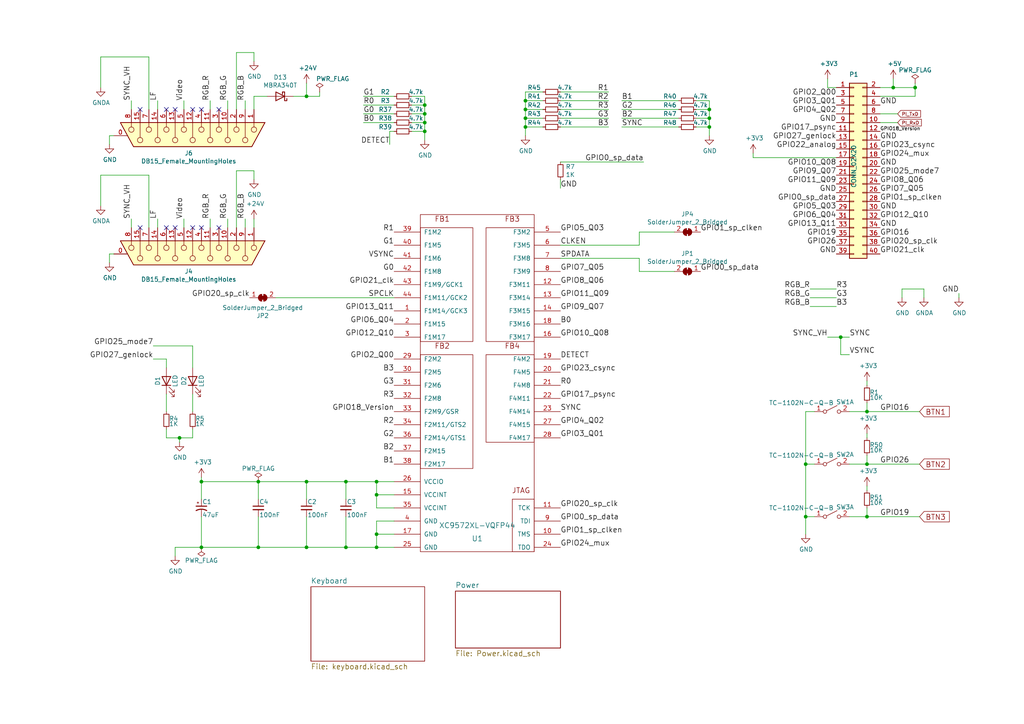
<source format=kicad_sch>
(kicad_sch
	(version 20231120)
	(generator "eeschema")
	(generator_version "8.0")
	(uuid "123968c6-74e7-4754-8c36-08ea08e42555")
	(paper "A4")
	(title_block
		(title "KEY800")
		(date "2024-10-18")
		(rev "1.06")
		(company "www.SweProj.com")
	)
	
	(junction
		(at 251.46 119.38)
		(diameter 0)
		(color 0 0 0 0)
		(uuid "051b8cb0-ae77-4e09-98a7-bf2103319e66")
	)
	(junction
		(at 259.08 25.4)
		(diameter 0)
		(color 0 0 0 0)
		(uuid "05e45f00-3c6b-4c0c-9ffb-3fe26fcda007")
	)
	(junction
		(at 88.9 139.7)
		(diameter 0)
		(color 0 0 0 0)
		(uuid "0ce1dd44-f307-4f98-9f0d-478fd87daa64")
	)
	(junction
		(at 152.4 36.83)
		(diameter 0)
		(color 0 0 0 0)
		(uuid "10b20c6b-8045-46d1-a965-0d7dd9a1b5fa")
	)
	(junction
		(at 109.22 143.51)
		(diameter 0)
		(color 0 0 0 0)
		(uuid "1855ca44-ab48-4b76-a210-97fc81d916c4")
	)
	(junction
		(at 265.43 25.4)
		(diameter 0)
		(color 0 0 0 0)
		(uuid "1cc5480b-56b7-4379-98e2-ccafc88911a7")
	)
	(junction
		(at 109.22 158.75)
		(diameter 0)
		(color 0 0 0 0)
		(uuid "254f7cc6-cee1-44ca-9afe-939b318201aa")
	)
	(junction
		(at 123.19 38.1)
		(diameter 0)
		(color 0 0 0 0)
		(uuid "2ba25c40-ea42-478e-9150-1d94fa1c8ae9")
	)
	(junction
		(at 74.93 158.75)
		(diameter 0)
		(color 0 0 0 0)
		(uuid "3bbbbb7d-391c-4fee-ac81-3c47878edc38")
	)
	(junction
		(at 88.9 27.94)
		(diameter 0)
		(color 0 0 0 0)
		(uuid "414f80f7-b2d5-43c3-a018-819efe44fe30")
	)
	(junction
		(at 251.46 149.86)
		(diameter 0)
		(color 0 0 0 0)
		(uuid "422b10b9-e829-44a2-8808-05edd8cb3050")
	)
	(junction
		(at 100.33 139.7)
		(diameter 0)
		(color 0 0 0 0)
		(uuid "4970ec6e-3725-4619-b57d-dc2c2cb86ed0")
	)
	(junction
		(at 88.9 158.75)
		(diameter 0)
		(color 0 0 0 0)
		(uuid "4a53fa56-d65b-42a4-a4be-8f49c4c015bb")
	)
	(junction
		(at 123.19 33.02)
		(diameter 0)
		(color 0 0 0 0)
		(uuid "4fb2577d-2e1c-480c-9060-124510b35053")
	)
	(junction
		(at 233.68 134.62)
		(diameter 0)
		(color 0 0 0 0)
		(uuid "5698a460-6e24-4857-84d8-4a43acd2325d")
	)
	(junction
		(at 109.22 139.7)
		(diameter 0)
		(color 0 0 0 0)
		(uuid "5f48b0f2-82cf-40ce-afac-440f97643c36")
	)
	(junction
		(at 123.19 35.56)
		(diameter 0)
		(color 0 0 0 0)
		(uuid "6133fb54-5524-482e-9ae2-adbf29aced9e")
	)
	(junction
		(at 123.19 30.48)
		(diameter 0)
		(color 0 0 0 0)
		(uuid "6b8c153e-62fe-42fb-aa7f-caef740ef6fd")
	)
	(junction
		(at 109.22 154.94)
		(diameter 0)
		(color 0 0 0 0)
		(uuid "9208ea78-8dde-4b3d-91e9-5755ab5efd9a")
	)
	(junction
		(at 58.42 158.75)
		(diameter 0)
		(color 0 0 0 0)
		(uuid "92f063a3-7cce-4a96-8a3a-cf5767f700c6")
	)
	(junction
		(at 233.68 149.86)
		(diameter 0)
		(color 0 0 0 0)
		(uuid "9bb406d9-c650-4e67-9a26-3195d4de542e")
	)
	(junction
		(at 100.33 158.75)
		(diameter 0)
		(color 0 0 0 0)
		(uuid "9c2999b2-1cf1-4204-9d23-243401b77aa3")
	)
	(junction
		(at 205.74 34.29)
		(diameter 0)
		(color 0 0 0 0)
		(uuid "9cacb6ad-6bbf-4ffe-b0a4-2df24045e046")
	)
	(junction
		(at 243.84 97.79)
		(diameter 0)
		(color 0 0 0 0)
		(uuid "a647641f-bf16-4177-91ee-b01f347ff91c")
	)
	(junction
		(at 205.74 31.75)
		(diameter 0)
		(color 0 0 0 0)
		(uuid "b7b00984-6ab1-482e-b4b4-67cac44d44da")
	)
	(junction
		(at 152.4 29.21)
		(diameter 0)
		(color 0 0 0 0)
		(uuid "bc1d5740-b0c7-4566-95b0-470ac47a1fb3")
	)
	(junction
		(at 74.93 139.7)
		(diameter 0)
		(color 0 0 0 0)
		(uuid "ca56e1ad-54bf-4df5-a4f7-99f5d61d0de9")
	)
	(junction
		(at 152.4 31.75)
		(diameter 0)
		(color 0 0 0 0)
		(uuid "d68dca9b-48b3-498b-9b5f-3b3838250f82")
	)
	(junction
		(at 205.74 36.83)
		(diameter 0)
		(color 0 0 0 0)
		(uuid "d8370835-89ad-4b62-9f40-d0c10470788a")
	)
	(junction
		(at 52.07 127)
		(diameter 0)
		(color 0 0 0 0)
		(uuid "ef3dded2-639c-45d4-8076-84cfb5189592")
	)
	(junction
		(at 152.4 34.29)
		(diameter 0)
		(color 0 0 0 0)
		(uuid "f6a3288e-9575-42bb-af05-a920d59aded8")
	)
	(junction
		(at 251.46 134.62)
		(diameter 0)
		(color 0 0 0 0)
		(uuid "fad4c712-0a2e-465d-a9f8-83d26bd66e37")
	)
	(junction
		(at 58.42 139.7)
		(diameter 0)
		(color 0 0 0 0)
		(uuid "fb0bf2a0-d317-42f7-b022-b5e05481f6be")
	)
	(no_connect
		(at 63.5 66.04)
		(uuid "01109662-12b4-48a3-b68d-624008909c2a")
	)
	(no_connect
		(at 50.8 31.75)
		(uuid "04d60995-4f82-4f17-8f82-2f27a0a779cc")
	)
	(no_connect
		(at 55.88 66.04)
		(uuid "1a813eeb-ee58-4579-81e1-3f9a7227213c")
	)
	(no_connect
		(at 63.5 31.75)
		(uuid "621c8eb9-ae87-439a-b350-badb5d559a5a")
	)
	(no_connect
		(at 48.26 31.75)
		(uuid "6f44a349-1ba9-4965-b217-aa1589a07228")
	)
	(no_connect
		(at 58.42 31.75)
		(uuid "72cc7949-68f8-4ef8-adcb-a65c1d042672")
	)
	(no_connect
		(at -12.7 82.55)
		(uuid "7acd513a-187b-4936-9f93-2e521ce33ad5")
	)
	(no_connect
		(at 40.64 66.04)
		(uuid "b2001159-b6cb-4000-85f5-34f6c410920f")
	)
	(no_connect
		(at 40.64 31.75)
		(uuid "b45059f3-613f-4b7a-a70a-ed75a9e941e6")
	)
	(no_connect
		(at 58.42 66.04)
		(uuid "b754bfb3-a198-47be-8e7b-61bec885a5db")
	)
	(no_connect
		(at 55.88 31.75)
		(uuid "f74eb612-4697-4cb4-afe4-9f94828b954d")
	)
	(no_connect
		(at 50.8 66.04)
		(uuid "fab1abc4-c49d-4b88-8c7f-939d7feb7b6c")
	)
	(no_connect
		(at 48.26 66.04)
		(uuid "fb191df4-267d-4797-80dd-be346b8eeb99")
	)
	(wire
		(pts
			(xy 109.22 158.75) (xy 114.3 158.75)
		)
		(stroke
			(width 0)
			(type default)
		)
		(uuid "000b46d6-b833-4804-8f56-56d539f76d09")
	)
	(wire
		(pts
			(xy 43.18 50.8) (xy 43.18 66.04)
		)
		(stroke
			(width 0)
			(type default)
		)
		(uuid "003974b6-cb8f-491b-a226-fc7891eb9a62")
	)
	(wire
		(pts
			(xy 68.58 49.53) (xy 73.66 49.53)
		)
		(stroke
			(width 0)
			(type default)
		)
		(uuid "004b7456-c25a-480f-88f6-723c1bcd9939")
	)
	(wire
		(pts
			(xy 162.56 54.61) (xy 162.56 52.07)
		)
		(stroke
			(width 0)
			(type default)
		)
		(uuid "05d3e08e-e1f9-46cf-93d0-836d1306d03a")
	)
	(wire
		(pts
			(xy 73.66 15.24) (xy 73.66 17.78)
		)
		(stroke
			(width 0)
			(type default)
		)
		(uuid "07652224-af43-42a2-841c-1883ba305bc4")
	)
	(wire
		(pts
			(xy 152.4 36.83) (xy 152.4 34.29)
		)
		(stroke
			(width 0)
			(type default)
		)
		(uuid "082aed28-f9e8-49e7-96ee-b5aa9f0319c7")
	)
	(wire
		(pts
			(xy 234.95 86.36) (xy 242.57 86.36)
		)
		(stroke
			(width 0)
			(type default)
		)
		(uuid "08da8f18-02c3-4a28-a400-670f01755980")
	)
	(wire
		(pts
			(xy 88.9 139.7) (xy 88.9 144.78)
		)
		(stroke
			(width 0)
			(type default)
		)
		(uuid "0c5dddf1-38df-43d2-b49c-e7b691dab0ab")
	)
	(wire
		(pts
			(xy 267.97 83.82) (xy 267.97 86.36)
		)
		(stroke
			(width 0)
			(type default)
		)
		(uuid "0e592cd4-1950-44ef-9727-8e526f4c4e12")
	)
	(wire
		(pts
			(xy 109.22 143.51) (xy 109.22 147.32)
		)
		(stroke
			(width 0)
			(type default)
		)
		(uuid "113ffcdf-4c54-4e37-81dc-f91efa934ba7")
	)
	(wire
		(pts
			(xy 43.18 50.8) (xy 29.21 50.8)
		)
		(stroke
			(width 0)
			(type default)
		)
		(uuid "122b5574-57fe-4d2d-80bf-3cabd28e7128")
	)
	(wire
		(pts
			(xy 55.88 127) (xy 52.07 127)
		)
		(stroke
			(width 0)
			(type default)
		)
		(uuid "15699041-ed40-45ee-87d8-f5e206a88536")
	)
	(wire
		(pts
			(xy 50.8 158.75) (xy 50.8 161.29)
		)
		(stroke
			(width 0)
			(type default)
		)
		(uuid "16d5bf81-590a-4149-97e0-64f3b3ad6f52")
	)
	(wire
		(pts
			(xy 255.27 35.56) (xy 260.35 35.56)
		)
		(stroke
			(width 0)
			(type default)
		)
		(uuid "1765d6b9-ca0e-49c2-8c3c-8ab35eb3909b")
	)
	(wire
		(pts
			(xy 205.74 29.21) (xy 205.74 31.75)
		)
		(stroke
			(width 0)
			(type default)
		)
		(uuid "17cf1c88-8d51-4538-aa76-e35ac22d0ed0")
	)
	(wire
		(pts
			(xy 58.42 138.43) (xy 58.42 139.7)
		)
		(stroke
			(width 0)
			(type default)
		)
		(uuid "18d3014d-7089-41b5-ab03-53cc0a265580")
	)
	(wire
		(pts
			(xy 246.38 134.62) (xy 251.46 134.62)
		)
		(stroke
			(width 0)
			(type default)
		)
		(uuid "1b98de85-f9de-4825-baf2-c96991615275")
	)
	(wire
		(pts
			(xy 109.22 154.94) (xy 114.3 154.94)
		)
		(stroke
			(width 0)
			(type default)
		)
		(uuid "1bf7d0f9-0dcf-4d7c-b58c-318e3dc42bc9")
	)
	(wire
		(pts
			(xy 100.33 158.75) (xy 109.22 158.75)
		)
		(stroke
			(width 0)
			(type default)
		)
		(uuid "1de61170-5337-44c5-ba28-bd477db4bff1")
	)
	(wire
		(pts
			(xy 251.46 110.49) (xy 251.46 111.76)
		)
		(stroke
			(width 0)
			(type default)
		)
		(uuid "2026567f-be64-41dd-8011-b0897ba0ff2e")
	)
	(wire
		(pts
			(xy 243.84 97.79) (xy 243.84 102.87)
		)
		(stroke
			(width 0)
			(type default)
		)
		(uuid "2151a218-87ec-4d43-b5fa-736242c52602")
	)
	(wire
		(pts
			(xy 176.53 29.21) (xy 162.56 29.21)
		)
		(stroke
			(width 0)
			(type default)
		)
		(uuid "247ebffd-2cb6-4379-ba6e-21861fea3913")
	)
	(wire
		(pts
			(xy 243.84 97.79) (xy 246.38 97.79)
		)
		(stroke
			(width 0)
			(type default)
		)
		(uuid "2522909e-6f5c-4f36-9c3a-869dca14e50f")
	)
	(wire
		(pts
			(xy 119.38 30.48) (xy 123.19 30.48)
		)
		(stroke
			(width 0)
			(type default)
		)
		(uuid "2681e64d-bedc-4e1f-87d2-754aaa485bbd")
	)
	(wire
		(pts
			(xy 55.88 100.33) (xy 44.45 100.33)
		)
		(stroke
			(width 0)
			(type default)
		)
		(uuid "26a22c19-4cc5-4237-9651-0edc4f854154")
	)
	(wire
		(pts
			(xy 259.08 22.86) (xy 259.08 25.4)
		)
		(stroke
			(width 0)
			(type default)
		)
		(uuid "2fb9964c-4cd4-4e81-b5e8-f78759d3adb5")
	)
	(wire
		(pts
			(xy 251.46 149.86) (xy 266.7 149.86)
		)
		(stroke
			(width 0)
			(type default)
		)
		(uuid "311665d9-0fab-4325-8b46-f3638bf521df")
	)
	(wire
		(pts
			(xy 114.3 143.51) (xy 109.22 143.51)
		)
		(stroke
			(width 0)
			(type default)
		)
		(uuid "3457afc5-3e4f-4220-81d1-b079f653a722")
	)
	(wire
		(pts
			(xy 240.03 25.4) (xy 242.57 25.4)
		)
		(stroke
			(width 0)
			(type default)
		)
		(uuid "3579cf2f-29b0-46b6-a07d-483fb5586322")
	)
	(wire
		(pts
			(xy 251.46 149.86) (xy 251.46 147.32)
		)
		(stroke
			(width 0)
			(type default)
		)
		(uuid "35c09d1f-2914-4d1e-a002-df30af772f3b")
	)
	(wire
		(pts
			(xy 68.58 15.24) (xy 73.66 15.24)
		)
		(stroke
			(width 0)
			(type default)
		)
		(uuid "39845449-7a31-4262-86b1-e7af14a6659f")
	)
	(wire
		(pts
			(xy 100.33 139.7) (xy 109.22 139.7)
		)
		(stroke
			(width 0)
			(type default)
		)
		(uuid "3a1a39fc-8030-4c93-9d9c-d79ba6824099")
	)
	(wire
		(pts
			(xy 240.03 97.79) (xy 243.84 97.79)
		)
		(stroke
			(width 0)
			(type default)
		)
		(uuid "3a45fb3b-7899-44f2-a78a-f676359df67b")
	)
	(wire
		(pts
			(xy 48.26 106.68) (xy 48.26 104.14)
		)
		(stroke
			(width 0)
			(type default)
		)
		(uuid "3b65c51e-c243-447e-bee9-832d94c1630e")
	)
	(wire
		(pts
			(xy 123.19 33.02) (xy 123.19 35.56)
		)
		(stroke
			(width 0)
			(type default)
		)
		(uuid "3b9c5ffd-e59b-402d-8c5e-052f7ca643a4")
	)
	(wire
		(pts
			(xy 105.41 27.94) (xy 114.3 27.94)
		)
		(stroke
			(width 0)
			(type default)
		)
		(uuid "3c66e6e2-f12d-4b23-910e-e478d272dfd5")
	)
	(wire
		(pts
			(xy 31.75 39.37) (xy 33.02 39.37)
		)
		(stroke
			(width 0)
			(type default)
		)
		(uuid "3d416885-b8b5-4f5c-bc29-39c6376095e8")
	)
	(wire
		(pts
			(xy 66.04 29.21) (xy 66.04 31.75)
		)
		(stroke
			(width 0)
			(type default)
		)
		(uuid "3f1ab70d-3263-42b5-9c61-0360188ff2b7")
	)
	(wire
		(pts
			(xy 205.74 31.75) (xy 205.74 34.29)
		)
		(stroke
			(width 0)
			(type default)
		)
		(uuid "3fa05934-8ad1-40a9-af5c-98ad298eb412")
	)
	(wire
		(pts
			(xy 48.26 104.14) (xy 44.45 104.14)
		)
		(stroke
			(width 0)
			(type default)
		)
		(uuid "402c62e6-8d8e-473a-a0cf-2b86e4908cd7")
	)
	(wire
		(pts
			(xy 113.03 41.91) (xy 113.03 38.1)
		)
		(stroke
			(width 0)
			(type default)
		)
		(uuid "406d491e-5b01-46dc-a768-fd0992cdb346")
	)
	(wire
		(pts
			(xy 259.08 25.4) (xy 265.43 25.4)
		)
		(stroke
			(width 0)
			(type default)
		)
		(uuid "40b38567-9d6a-4691-bccf-1b4dbe39957b")
	)
	(wire
		(pts
			(xy 233.68 149.86) (xy 233.68 154.94)
		)
		(stroke
			(width 0)
			(type default)
		)
		(uuid "42bd0f96-a831-406e-abb7-03ed1bbd785f")
	)
	(wire
		(pts
			(xy 246.38 119.38) (xy 251.46 119.38)
		)
		(stroke
			(width 0)
			(type default)
		)
		(uuid "444b2eaf-241d-42e5-8717-27a83d099c5b")
	)
	(wire
		(pts
			(xy 233.68 119.38) (xy 233.68 134.62)
		)
		(stroke
			(width 0)
			(type default)
		)
		(uuid "469f89fd-f629-46b7-b106-a0088168c9ec")
	)
	(wire
		(pts
			(xy 201.93 36.83) (xy 205.74 36.83)
		)
		(stroke
			(width 0)
			(type default)
		)
		(uuid "49488c82-6277-4d05-a051-6a9df142c373")
	)
	(wire
		(pts
			(xy 92.71 27.94) (xy 92.71 26.67)
		)
		(stroke
			(width 0)
			(type default)
		)
		(uuid "494d4ce3-60c4-4021-8bd1-ab41a12b14ed")
	)
	(wire
		(pts
			(xy 88.9 139.7) (xy 100.33 139.7)
		)
		(stroke
			(width 0)
			(type default)
		)
		(uuid "49b5f540-e128-4e08-bb09-f321f8e64056")
	)
	(wire
		(pts
			(xy 251.46 140.97) (xy 251.46 142.24)
		)
		(stroke
			(width 0)
			(type default)
		)
		(uuid "49d97c73-e37a-4154-9d0a-88037e40cc11")
	)
	(wire
		(pts
			(xy 195.58 67.31) (xy 185.42 67.31)
		)
		(stroke
			(width 0)
			(type default)
		)
		(uuid "4a7e3849-3bc9-4bb3-b16a-fab2f5cee0e5")
	)
	(wire
		(pts
			(xy 74.93 158.75) (xy 88.9 158.75)
		)
		(stroke
			(width 0)
			(type default)
		)
		(uuid "4ce9470f-5633-41bf-89ac-74a810939893")
	)
	(wire
		(pts
			(xy 38.1 63.5) (xy 38.1 66.04)
		)
		(stroke
			(width 0)
			(type default)
		)
		(uuid "4f4bd227-fa4c-47f4-ad05-ee16ad4c58c2")
	)
	(wire
		(pts
			(xy 246.38 149.86) (xy 251.46 149.86)
		)
		(stroke
			(width 0)
			(type default)
		)
		(uuid "57543893-39bf-4d83-b4e0-8d020b4a6d48")
	)
	(wire
		(pts
			(xy 58.42 139.7) (xy 74.93 139.7)
		)
		(stroke
			(width 0)
			(type default)
		)
		(uuid "58390862-1833-41dd-9c4e-98073ea0da33")
	)
	(wire
		(pts
			(xy 152.4 31.75) (xy 152.4 29.21)
		)
		(stroke
			(width 0)
			(type default)
		)
		(uuid "59f60168-cced-43c9-aaa5-41a1a8a2f631")
	)
	(wire
		(pts
			(xy 123.19 35.56) (xy 123.19 38.1)
		)
		(stroke
			(width 0)
			(type default)
		)
		(uuid "5a33f5a4-a470-4c04-9e2d-532b5f01a5d6")
	)
	(wire
		(pts
			(xy 119.38 27.94) (xy 123.19 27.94)
		)
		(stroke
			(width 0)
			(type default)
		)
		(uuid "5a390647-51ba-4684-b747-9001f749ff71")
	)
	(wire
		(pts
			(xy 58.42 158.75) (xy 58.42 149.86)
		)
		(stroke
			(width 0)
			(type default)
		)
		(uuid "5bab6a37-1fdf-4cf8-b571-44c962ed86e9")
	)
	(wire
		(pts
			(xy 43.18 16.51) (xy 43.18 31.75)
		)
		(stroke
			(width 0)
			(type default)
		)
		(uuid "5cff09b0-b3d4-41a7-a6a4-7f917b40eda9")
	)
	(wire
		(pts
			(xy 109.22 139.7) (xy 109.22 143.51)
		)
		(stroke
			(width 0)
			(type default)
		)
		(uuid "5e755161-24a5-4650-a6e3-9836bf074412")
	)
	(wire
		(pts
			(xy 201.93 34.29) (xy 205.74 34.29)
		)
		(stroke
			(width 0)
			(type default)
		)
		(uuid "5eb16f0d-ef1e-4549-97a1-19cd06ad7236")
	)
	(wire
		(pts
			(xy 88.9 158.75) (xy 88.9 149.86)
		)
		(stroke
			(width 0)
			(type default)
		)
		(uuid "6150c02b-beb5-4af1-951e-3666a285a6ea")
	)
	(wire
		(pts
			(xy 43.18 16.51) (xy 29.21 16.51)
		)
		(stroke
			(width 0)
			(type default)
		)
		(uuid "64d1d0fe-4fd6-4a55-8314-56a651e1ccab")
	)
	(wire
		(pts
			(xy 58.42 158.75) (xy 50.8 158.75)
		)
		(stroke
			(width 0)
			(type default)
		)
		(uuid "66ca01b3-51ff-4294-9b77-4492e98f6aec")
	)
	(wire
		(pts
			(xy 66.04 63.5) (xy 66.04 66.04)
		)
		(stroke
			(width 0)
			(type default)
		)
		(uuid "68039801-1b0f-480a-861d-d55f24af0c17")
	)
	(wire
		(pts
			(xy 243.84 102.87) (xy 246.38 102.87)
		)
		(stroke
			(width 0)
			(type default)
		)
		(uuid "6aa022fb-09ce-49d9-86b1-c73b3ee817e2")
	)
	(wire
		(pts
			(xy 105.41 33.02) (xy 114.3 33.02)
		)
		(stroke
			(width 0)
			(type default)
		)
		(uuid "6b69fc79-c78f-4df1-9a05-c51d4173705f")
	)
	(wire
		(pts
			(xy 123.19 30.48) (xy 123.19 33.02)
		)
		(stroke
			(width 0)
			(type default)
		)
		(uuid "6b6d35dc-fa1d-46c5-87c0-b0652011059d")
	)
	(wire
		(pts
			(xy 73.66 31.75) (xy 73.66 27.94)
		)
		(stroke
			(width 0)
			(type default)
		)
		(uuid "6b8ac91e-9d2b-49db-8a80-1da009ad1c5e")
	)
	(wire
		(pts
			(xy 58.42 139.7) (xy 58.42 144.78)
		)
		(stroke
			(width 0)
			(type default)
		)
		(uuid "706c1cb9-5d96-4282-9efc-6147f0125147")
	)
	(wire
		(pts
			(xy 71.12 63.5) (xy 71.12 66.04)
		)
		(stroke
			(width 0)
			(type default)
		)
		(uuid "70abf340-8b3e-403e-a5e2-d8f35caa2f87")
	)
	(wire
		(pts
			(xy 38.1 29.21) (xy 38.1 31.75)
		)
		(stroke
			(width 0)
			(type default)
		)
		(uuid "70cda344-73be-4466-a097-1fd56f3b19e2")
	)
	(wire
		(pts
			(xy 234.95 83.82) (xy 242.57 83.82)
		)
		(stroke
			(width 0)
			(type default)
		)
		(uuid "7255cbd1-8d38-4545-be9a-7fc5488ef942")
	)
	(wire
		(pts
			(xy 240.03 22.86) (xy 240.03 25.4)
		)
		(stroke
			(width 0)
			(type default)
		)
		(uuid "73f40fda-e6eb-4f93-9482-56cf47d84a87")
	)
	(wire
		(pts
			(xy 152.4 39.37) (xy 152.4 36.83)
		)
		(stroke
			(width 0)
			(type default)
		)
		(uuid "74855e0d-40e4-4940-a544-edae9207b2ea")
	)
	(wire
		(pts
			(xy 100.33 158.75) (xy 100.33 149.86)
		)
		(stroke
			(width 0)
			(type default)
		)
		(uuid "755f94aa-38f0-4a64-a7c7-6c71cb18cddf")
	)
	(wire
		(pts
			(xy 185.42 67.31) (xy 185.42 71.12)
		)
		(stroke
			(width 0)
			(type default)
		)
		(uuid "79451892-db6b-4999-916d-6392174ee493")
	)
	(wire
		(pts
			(xy 71.12 29.21) (xy 71.12 31.75)
		)
		(stroke
			(width 0)
			(type default)
		)
		(uuid "7d2eba81-aa80-4257-a5a7-9a6179da897e")
	)
	(wire
		(pts
			(xy 218.44 45.72) (xy 242.57 45.72)
		)
		(stroke
			(width 0)
			(type default)
		)
		(uuid "7e498af5-a41b-4f8f-8a13-10c00a9160aa")
	)
	(wire
		(pts
			(xy 31.75 41.91) (xy 31.75 39.37)
		)
		(stroke
			(width 0)
			(type default)
		)
		(uuid "7eb32ed1-4320-49ba-8487-1c88e4824fe3")
	)
	(wire
		(pts
			(xy 152.4 36.83) (xy 157.48 36.83)
		)
		(stroke
			(width 0)
			(type default)
		)
		(uuid "82204892-ec79-4d38-a593-52fb9a9b4b87")
	)
	(wire
		(pts
			(xy 176.53 34.29) (xy 162.56 34.29)
		)
		(stroke
			(width 0)
			(type default)
		)
		(uuid "83184391-76ed-44f0-8cd0-01f89f157bdb")
	)
	(wire
		(pts
			(xy 68.58 49.53) (xy 68.58 66.04)
		)
		(stroke
			(width 0)
			(type default)
		)
		(uuid "832b5a8c-7fe2-47ff-beee-cebf840750bb")
	)
	(wire
		(pts
			(xy 88.9 27.94) (xy 92.71 27.94)
		)
		(stroke
			(width 0)
			(type default)
		)
		(uuid "84febc35-87fd-4cad-8e04-2b66390cfc12")
	)
	(wire
		(pts
			(xy 265.43 24.13) (xy 265.43 25.4)
		)
		(stroke
			(width 0)
			(type default)
		)
		(uuid "851f3d61-ba3b-4e6e-abd4-cafa4d9b64cb")
	)
	(wire
		(pts
			(xy 73.66 66.04) (xy 73.66 63.5)
		)
		(stroke
			(width 0)
			(type default)
		)
		(uuid "8615dae0-65cf-4932-8e6f-9a0f32429a5e")
	)
	(wire
		(pts
			(xy 45.72 63.5) (xy 45.72 66.04)
		)
		(stroke
			(width 0)
			(type default)
		)
		(uuid "8765371a-21c2-4fe3-a3af-88f5eb1f02a0")
	)
	(wire
		(pts
			(xy 185.42 74.93) (xy 162.56 74.93)
		)
		(stroke
			(width 0)
			(type default)
		)
		(uuid "888fd7cb-2fc6-480c-bcfa-0b71303087d3")
	)
	(wire
		(pts
			(xy 48.26 114.3) (xy 48.26 119.38)
		)
		(stroke
			(width 0)
			(type default)
		)
		(uuid "88deea08-baa5-4041-beb7-01c299cf00e6")
	)
	(wire
		(pts
			(xy 251.46 134.62) (xy 266.7 134.62)
		)
		(stroke
			(width 0)
			(type default)
		)
		(uuid "8aeda7bd-b078-427a-a185-d5bc595c6436")
	)
	(wire
		(pts
			(xy 180.34 36.83) (xy 196.85 36.83)
		)
		(stroke
			(width 0)
			(type default)
		)
		(uuid "8b3ba7fc-20b6-43c4-a020-80151e1caecc")
	)
	(wire
		(pts
			(xy 152.4 29.21) (xy 157.48 29.21)
		)
		(stroke
			(width 0)
			(type default)
		)
		(uuid "8b963561-586b-4575-b721-87e7914602c6")
	)
	(wire
		(pts
			(xy 233.68 149.86) (xy 236.22 149.86)
		)
		(stroke
			(width 0)
			(type default)
		)
		(uuid "8cb5a828-8cef-4784-b78d-175b49646952")
	)
	(wire
		(pts
			(xy 185.42 71.12) (xy 162.56 71.12)
		)
		(stroke
			(width 0)
			(type default)
		)
		(uuid "8e295ed4-82cb-4d9f-8888-7ad2dd4d5129")
	)
	(wire
		(pts
			(xy 31.75 73.66) (xy 33.02 73.66)
		)
		(stroke
			(width 0)
			(type default)
		)
		(uuid "91c82043-0b26-427f-b23c-6094224ddfc2")
	)
	(wire
		(pts
			(xy 114.3 151.13) (xy 109.22 151.13)
		)
		(stroke
			(width 0)
			(type default)
		)
		(uuid "94d24676-7ae3-483c-8bd6-88d31adf00b4")
	)
	(wire
		(pts
			(xy 251.46 119.38) (xy 266.7 119.38)
		)
		(stroke
			(width 0)
			(type default)
		)
		(uuid "961b4579-9ee8-407a-89a7-81f36f1ad865")
	)
	(wire
		(pts
			(xy 176.53 31.75) (xy 162.56 31.75)
		)
		(stroke
			(width 0)
			(type default)
		)
		(uuid "966ee9ec-860e-45bb-af89-30bda72b2032")
	)
	(wire
		(pts
			(xy 278.13 85.09) (xy 278.13 86.36)
		)
		(stroke
			(width 0)
			(type default)
		)
		(uuid "96781640-c07e-4eea-a372-067ded96b703")
	)
	(wire
		(pts
			(xy 55.88 124.46) (xy 55.88 127)
		)
		(stroke
			(width 0)
			(type default)
		)
		(uuid "968a6172-7a4e-40ab-a78a-e4d03671e136")
	)
	(wire
		(pts
			(xy 176.53 36.83) (xy 162.56 36.83)
		)
		(stroke
			(width 0)
			(type default)
		)
		(uuid "96ef76a5-90c3-4767-98ba-2b61887e28d3")
	)
	(wire
		(pts
			(xy 233.68 119.38) (xy 236.22 119.38)
		)
		(stroke
			(width 0)
			(type default)
		)
		(uuid "971d1932-4a99-4265-9c76-26e554bde4fe")
	)
	(wire
		(pts
			(xy 251.46 119.38) (xy 251.46 116.84)
		)
		(stroke
			(width 0)
			(type default)
		)
		(uuid "974c48bf-534e-4335-98e1-b0426c783e99")
	)
	(wire
		(pts
			(xy 31.75 76.2) (xy 31.75 73.66)
		)
		(stroke
			(width 0)
			(type default)
		)
		(uuid "97e5f992-979e-4291-bd9a-a77c3fd4b1b5")
	)
	(wire
		(pts
			(xy 251.46 125.73) (xy 251.46 127)
		)
		(stroke
			(width 0)
			(type default)
		)
		(uuid "981ff4de-0330-4757-b746-0cb983df5e7c")
	)
	(wire
		(pts
			(xy 265.43 27.94) (xy 255.27 27.94)
		)
		(stroke
			(width 0)
			(type default)
		)
		(uuid "9a8ad8bb-d9a9-4b2b-bc88-ea6fd2676d45")
	)
	(wire
		(pts
			(xy 105.41 30.48) (xy 114.3 30.48)
		)
		(stroke
			(width 0)
			(type default)
		)
		(uuid "9c8eae28-a7c3-4e6a-bd81-98cf70031070")
	)
	(wire
		(pts
			(xy 74.93 158.75) (xy 74.93 149.86)
		)
		(stroke
			(width 0)
			(type default)
		)
		(uuid "9ed09117-33cf-45a3-85a7-2606522feaf8")
	)
	(wire
		(pts
			(xy 261.62 83.82) (xy 267.97 83.82)
		)
		(stroke
			(width 0)
			(type default)
		)
		(uuid "a150f0c9-1a23-4200-b489-18791f6d5ce5")
	)
	(wire
		(pts
			(xy 48.26 127) (xy 48.26 124.46)
		)
		(stroke
			(width 0)
			(type default)
		)
		(uuid "a177c3b4-b04c-490e-b3fe-d3d4d7aa24a7")
	)
	(wire
		(pts
			(xy 152.4 29.21) (xy 152.4 26.67)
		)
		(stroke
			(width 0)
			(type default)
		)
		(uuid "a419542a-0c78-421e-9ac7-81d3afba6186")
	)
	(wire
		(pts
			(xy 45.72 29.21) (xy 45.72 31.75)
		)
		(stroke
			(width 0)
			(type default)
		)
		(uuid "a49e8613-3cd2-48ed-8977-6bb5023f7722")
	)
	(wire
		(pts
			(xy 162.56 26.67) (xy 176.53 26.67)
		)
		(stroke
			(width 0)
			(type default)
		)
		(uuid "a67dbe3b-ec7d-4ea5-b0e5-715c5263d8da")
	)
	(wire
		(pts
			(xy 185.42 78.74) (xy 185.42 74.93)
		)
		(stroke
			(width 0)
			(type default)
		)
		(uuid "a92f3b72-ed6d-4d99-9da6-35771bec3c77")
	)
	(wire
		(pts
			(xy 195.58 78.74) (xy 185.42 78.74)
		)
		(stroke
			(width 0)
			(type default)
		)
		(uuid "aa1c6f47-cbd4-4cbd-8265-e5ac08b7ffc8")
	)
	(wire
		(pts
			(xy 88.9 158.75) (xy 100.33 158.75)
		)
		(stroke
			(width 0)
			(type default)
		)
		(uuid "aa23bfe3-454b-4a2b-bfe1-101c747eb84e")
	)
	(wire
		(pts
			(xy 119.38 38.1) (xy 123.19 38.1)
		)
		(stroke
			(width 0)
			(type default)
		)
		(uuid "acb6c3f3-e677-4f35-9fc2-138ba10f33af")
	)
	(wire
		(pts
			(xy 55.88 114.3) (xy 55.88 119.38)
		)
		(stroke
			(width 0)
			(type default)
		)
		(uuid "ad4d05f5-6957-42f8-b65c-c657b9a26485")
	)
	(wire
		(pts
			(xy 52.07 127) (xy 48.26 127)
		)
		(stroke
			(width 0)
			(type default)
		)
		(uuid "b4675fcd-90dd-499b-8feb-46b51a88378c")
	)
	(wire
		(pts
			(xy 53.34 63.5) (xy 53.34 66.04)
		)
		(stroke
			(width 0)
			(type default)
		)
		(uuid "b66731e7-61d5-4447-bf6a-e91a62b82298")
	)
	(wire
		(pts
			(xy 123.19 38.1) (xy 123.19 40.64)
		)
		(stroke
			(width 0)
			(type default)
		)
		(uuid "b7ac5cea-ed28-4028-87d0-45e58c709cf1")
	)
	(wire
		(pts
			(xy 180.34 31.75) (xy 196.85 31.75)
		)
		(stroke
			(width 0)
			(type default)
		)
		(uuid "b7c09c15-282b-4731-8942-008851172201")
	)
	(wire
		(pts
			(xy 73.66 49.53) (xy 73.66 52.07)
		)
		(stroke
			(width 0)
			(type default)
		)
		(uuid "b8b15b51-8345-4a1d-8ecf-04fc15b9e450")
	)
	(wire
		(pts
			(xy 152.4 34.29) (xy 157.48 34.29)
		)
		(stroke
			(width 0)
			(type default)
		)
		(uuid "b8c8c7a1-d546-4878-9de9-463ec76dff98")
	)
	(wire
		(pts
			(xy 68.58 15.24) (xy 68.58 31.75)
		)
		(stroke
			(width 0)
			(type default)
		)
		(uuid "b8e1a8b8-63f0-4e53-a6cb-c8edf9a649c4")
	)
	(wire
		(pts
			(xy 205.74 34.29) (xy 205.74 36.83)
		)
		(stroke
			(width 0)
			(type default)
		)
		(uuid "be5a7017-fe9d-43ea-9a6a-8fe8deb78420")
	)
	(wire
		(pts
			(xy 29.21 16.51) (xy 29.21 25.4)
		)
		(stroke
			(width 0)
			(type default)
		)
		(uuid "bf4036b4-c410-489a-b46c-abee2c31db09")
	)
	(wire
		(pts
			(xy 55.88 106.68) (xy 55.88 100.33)
		)
		(stroke
			(width 0)
			(type default)
		)
		(uuid "c1b11207-7c0a-49b3-a41d-2fe677d5f3b8")
	)
	(wire
		(pts
			(xy 201.93 31.75) (xy 205.74 31.75)
		)
		(stroke
			(width 0)
			(type default)
		)
		(uuid "c3a69550-c4fa-45d1-9aba-0bba47699cca")
	)
	(wire
		(pts
			(xy 152.4 26.67) (xy 157.48 26.67)
		)
		(stroke
			(width 0)
			(type default)
		)
		(uuid "c480dba7-51ff-4a4f-9251-e48b2784c64a")
	)
	(wire
		(pts
			(xy 113.03 38.1) (xy 114.3 38.1)
		)
		(stroke
			(width 0)
			(type default)
		)
		(uuid "c6462399-f2e4-4f1a-b34a-b49a04c8bdb9")
	)
	(wire
		(pts
			(xy 109.22 154.94) (xy 109.22 158.75)
		)
		(stroke
			(width 0)
			(type default)
		)
		(uuid "c7cd39db-931a-4d86-96b8-57e6b39f58f9")
	)
	(wire
		(pts
			(xy 73.66 27.94) (xy 77.47 27.94)
		)
		(stroke
			(width 0)
			(type default)
		)
		(uuid "c7f7bd58-1ebd-40fd-a39d-a95530a751b6")
	)
	(wire
		(pts
			(xy 123.19 27.94) (xy 123.19 30.48)
		)
		(stroke
			(width 0)
			(type default)
		)
		(uuid "c811ed5f-f509-4605-b7d3-da6f79935a1e")
	)
	(wire
		(pts
			(xy 255.27 25.4) (xy 259.08 25.4)
		)
		(stroke
			(width 0)
			(type default)
		)
		(uuid "ca6e2466-a90a-4dab-be16-b070610e5087")
	)
	(wire
		(pts
			(xy 109.22 139.7) (xy 114.3 139.7)
		)
		(stroke
			(width 0)
			(type default)
		)
		(uuid "ceb12634-32ca-4cbf-9ff5-5e8b53ab18ad")
	)
	(wire
		(pts
			(xy 119.38 33.02) (xy 123.19 33.02)
		)
		(stroke
			(width 0)
			(type default)
		)
		(uuid "d035bb7a-e806-42f2-ba95-a390d279aef1")
	)
	(wire
		(pts
			(xy 265.43 25.4) (xy 265.43 27.94)
		)
		(stroke
			(width 0)
			(type default)
		)
		(uuid "d18f2428-546f-4066-8ffb-7653303685db")
	)
	(wire
		(pts
			(xy 60.96 29.21) (xy 60.96 31.75)
		)
		(stroke
			(width 0)
			(type default)
		)
		(uuid "d2db53d0-2821-4ebe-bf21-b864eac8ca44")
	)
	(wire
		(pts
			(xy 52.07 127) (xy 52.07 128.27)
		)
		(stroke
			(width 0)
			(type default)
		)
		(uuid "d53baa32-ba88-4646-9db3-0e9b0f0da4f0")
	)
	(wire
		(pts
			(xy 85.09 27.94) (xy 88.9 27.94)
		)
		(stroke
			(width 0)
			(type default)
		)
		(uuid "d6040293-95f0-436a-938c-ad69875a4be8")
	)
	(wire
		(pts
			(xy 152.4 31.75) (xy 157.48 31.75)
		)
		(stroke
			(width 0)
			(type default)
		)
		(uuid "da862bae-4511-4bb9-b18d-fa60a2737feb")
	)
	(wire
		(pts
			(xy 58.42 158.75) (xy 74.93 158.75)
		)
		(stroke
			(width 0)
			(type default)
		)
		(uuid "db6412d3-e6c3-4bdd-abf4-a8f55d56df31")
	)
	(wire
		(pts
			(xy 74.93 139.7) (xy 88.9 139.7)
		)
		(stroke
			(width 0)
			(type default)
		)
		(uuid "dd70858b-2f9a-4b3f-9af5-ead3a9ba57e9")
	)
	(wire
		(pts
			(xy 233.68 134.62) (xy 233.68 149.86)
		)
		(stroke
			(width 0)
			(type default)
		)
		(uuid "dde4c43d-f33e-48ba-86f3-779fdfce00c2")
	)
	(wire
		(pts
			(xy 218.44 44.45) (xy 218.44 45.72)
		)
		(stroke
			(width 0)
			(type default)
		)
		(uuid "df93f76b-86da-45ae-87e2-4b691af12b00")
	)
	(wire
		(pts
			(xy 251.46 134.62) (xy 251.46 132.08)
		)
		(stroke
			(width 0)
			(type default)
		)
		(uuid "e2b24e25-1a0d-434a-876b-c595b47d80d2")
	)
	(wire
		(pts
			(xy 53.34 29.21) (xy 53.34 31.75)
		)
		(stroke
			(width 0)
			(type default)
		)
		(uuid "e4184668-3bdd-4cb2-a053-4f3d5e57b541")
	)
	(wire
		(pts
			(xy 29.21 50.8) (xy 29.21 59.69)
		)
		(stroke
			(width 0)
			(type default)
		)
		(uuid "e42fd0d4-9927-4308-81d9-4cca814c8ea9")
	)
	(wire
		(pts
			(xy 109.22 151.13) (xy 109.22 154.94)
		)
		(stroke
			(width 0)
			(type default)
		)
		(uuid "e45aa7d8-0254-4176-afd9-766820762e19")
	)
	(wire
		(pts
			(xy 261.62 86.36) (xy 261.62 83.82)
		)
		(stroke
			(width 0)
			(type default)
		)
		(uuid "e77c17df-b20e-4e7d-b937-f281c75a0014")
	)
	(wire
		(pts
			(xy 109.22 147.32) (xy 114.3 147.32)
		)
		(stroke
			(width 0)
			(type default)
		)
		(uuid "e86e4fae-9ca7-4857-a93c-bc6a3048f887")
	)
	(wire
		(pts
			(xy 88.9 27.94) (xy 88.9 24.13)
		)
		(stroke
			(width 0)
			(type default)
		)
		(uuid "ea28e946-b74f-4ba8-ac7b-b1884c5e7296")
	)
	(wire
		(pts
			(xy 205.74 36.83) (xy 205.74 39.37)
		)
		(stroke
			(width 0)
			(type default)
		)
		(uuid "eb1b2aa2-a3cc-4a96-87ec-70fcae365f0f")
	)
	(wire
		(pts
			(xy 74.93 139.7) (xy 74.93 144.78)
		)
		(stroke
			(width 0)
			(type default)
		)
		(uuid "eb391a95-1c1d-4613-b508-c76b8bc13a73")
	)
	(wire
		(pts
			(xy 234.95 88.9) (xy 242.57 88.9)
		)
		(stroke
			(width 0)
			(type default)
		)
		(uuid "ec2e3d8a-128c-4be8-b432-9738bca934ae")
	)
	(wire
		(pts
			(xy 152.4 34.29) (xy 152.4 31.75)
		)
		(stroke
			(width 0)
			(type default)
		)
		(uuid "ef94502b-f22d-4da7-a17f-4100090b03a1")
	)
	(wire
		(pts
			(xy 119.38 35.56) (xy 123.19 35.56)
		)
		(stroke
			(width 0)
			(type default)
		)
		(uuid "f08895dc-4dcb-4aef-a39b-5a08864cdaaf")
	)
	(wire
		(pts
			(xy 114.3 35.56) (xy 105.41 35.56)
		)
		(stroke
			(width 0)
			(type default)
		)
		(uuid "f2392fe0-54af-4e02-8793-9ba2471944b5")
	)
	(wire
		(pts
			(xy 162.56 46.99) (xy 186.69 46.99)
		)
		(stroke
			(width 0)
			(type default)
		)
		(uuid "f28e56e7-283b-4b9a-ae27-95e89770fbf8")
	)
	(wire
		(pts
			(xy 255.27 33.02) (xy 260.35 33.02)
		)
		(stroke
			(width 0)
			(type default)
		)
		(uuid "f47374c3-cb2a-4769-880f-830c9b19222e")
	)
	(wire
		(pts
			(xy 201.93 29.21) (xy 205.74 29.21)
		)
		(stroke
			(width 0)
			(type default)
		)
		(uuid "f5eb7390-4215-4bb5-bc53-f82f663cc9a5")
	)
	(wire
		(pts
			(xy 114.3 86.36) (xy 80.01 86.36)
		)
		(stroke
			(width 0)
			(type default)
		)
		(uuid "f699494a-77d6-4c73-bd50-29c1c1c5b879")
	)
	(wire
		(pts
			(xy 60.96 63.5) (xy 60.96 66.04)
		)
		(stroke
			(width 0)
			(type default)
		)
		(uuid "f6dcb5b4-0971-448a-b9ab-6db37a750704")
	)
	(wire
		(pts
			(xy 100.33 139.7) (xy 100.33 144.78)
		)
		(stroke
			(width 0)
			(type default)
		)
		(uuid "f8b47531-6c06-4e54-9fc9-cd9d0f3dd69f")
	)
	(wire
		(pts
			(xy 180.34 34.29) (xy 196.85 34.29)
		)
		(stroke
			(width 0)
			(type default)
		)
		(uuid "fb0b1440-18be-4b5f-b469-b4cfaf66fc53")
	)
	(wire
		(pts
			(xy 180.34 29.21) (xy 196.85 29.21)
		)
		(stroke
			(width 0)
			(type default)
		)
		(uuid "fd4dd248-3e78-4985-a4fc-58bc05b74cbf")
	)
	(wire
		(pts
			(xy 233.68 134.62) (xy 236.22 134.62)
		)
		(stroke
			(width 0)
			(type default)
		)
		(uuid "fdc57161-f7f8-4584-b0ec-8c1aa24339c6")
	)
	(label "GPIO27_genlock"
		(at 242.57 40.64 180)
		(fields_autoplaced yes)
		(effects
			(font
				(size 1.524 1.524)
			)
			(justify right bottom)
		)
		(uuid "015f5586-ba76-4a98-9114-f5cd2c67134d")
	)
	(label "GPIO5_Q03"
		(at 242.57 60.96 180)
		(fields_autoplaced yes)
		(effects
			(font
				(size 1.524 1.524)
			)
			(justify right bottom)
		)
		(uuid "02f8904b-a7b2-49dd-b392-764e7e29fb51")
	)
	(label "B1"
		(at 114.3 134.62 180)
		(fields_autoplaced yes)
		(effects
			(font
				(size 1.524 1.524)
			)
			(justify right bottom)
		)
		(uuid "099473f1-6598-46ff-a50f-4c520832170d")
	)
	(label "R0"
		(at 105.41 30.48 0)
		(fields_autoplaced yes)
		(effects
			(font
				(size 1.524 1.524)
			)
			(justify left bottom)
		)
		(uuid "0b4c0f05-c855-4742-bad2-dbf645d5842b")
	)
	(label "GPIO10_Q08"
		(at 162.56 97.79 0)
		(fields_autoplaced yes)
		(effects
			(font
				(size 1.524 1.524)
			)
			(justify left bottom)
		)
		(uuid "0ba17a9b-d889-426c-b4fe-048bed6b6be8")
	)
	(label "GPIO16"
		(at 255.27 119.38 0)
		(fields_autoplaced yes)
		(effects
			(font
				(size 1.524 1.524)
			)
			(justify left bottom)
		)
		(uuid "0d993e48-cea3-4104-9c5a-d8f97b64a3ac")
	)
	(label "B1"
		(at 180.34 29.21 0)
		(fields_autoplaced yes)
		(effects
			(font
				(size 1.524 1.524)
			)
			(justify left bottom)
		)
		(uuid "0e32af77-726b-4e11-9f99-2e2484ba9e9b")
	)
	(label "GPIO25_mode7"
		(at 44.45 100.33 180)
		(fields_autoplaced yes)
		(effects
			(font
				(size 1.524 1.524)
			)
			(justify right bottom)
		)
		(uuid "1876c30c-72b2-4a8d-9f32-bf8b213530b4")
	)
	(label "GPIO26"
		(at 242.57 71.12 180)
		(fields_autoplaced yes)
		(effects
			(font
				(size 1.524 1.524)
			)
			(justify right bottom)
		)
		(uuid "18f1018d-5857-4c32-a072-f3de80352f74")
	)
	(label "R3"
		(at 176.53 31.75 180)
		(fields_autoplaced yes)
		(effects
			(font
				(size 1.524 1.524)
			)
			(justify right bottom)
		)
		(uuid "199124ca-dd64-45cf-a063-97cc545cbea7")
	)
	(label "G2"
		(at 180.34 31.75 0)
		(fields_autoplaced yes)
		(effects
			(font
				(size 1.524 1.524)
			)
			(justify left bottom)
		)
		(uuid "1bd80cf9-f42a-4aee-a408-9dbf4e81e625")
	)
	(label "GPIO24_mux"
		(at 162.56 158.75 0)
		(fields_autoplaced yes)
		(effects
			(font
				(size 1.524 1.524)
			)
			(justify left bottom)
		)
		(uuid "1cacb878-9da4-41fc-aa80-018bc841e19a")
	)
	(label "GPIO19"
		(at 255.27 149.86 0)
		(fields_autoplaced yes)
		(effects
			(font
				(size 1.524 1.524)
			)
			(justify left bottom)
		)
		(uuid "20901d7e-a300-4069-8967-a6a7e97a68bc")
	)
	(label "GPIO16"
		(at 255.27 68.58 0)
		(fields_autoplaced yes)
		(effects
			(font
				(size 1.524 1.524)
			)
			(justify left bottom)
		)
		(uuid "21492bcd-343a-4b2b-b55a-b4586c11bdeb")
	)
	(label "GND"
		(at 242.57 35.56 180)
		(fields_autoplaced yes)
		(effects
			(font
				(size 1.524 1.524)
			)
			(justify right bottom)
		)
		(uuid "2518d4ea-25cc-4e57-a0d6-8482034e7318")
	)
	(label "B0"
		(at 162.56 93.98 0)
		(fields_autoplaced yes)
		(effects
			(font
				(size 1.524 1.524)
			)
			(justify left bottom)
		)
		(uuid "275b6416-db29-42cc-9307-bf426917c3b4")
	)
	(label "CLKEN"
		(at 162.56 71.12 0)
		(fields_autoplaced yes)
		(effects
			(font
				(size 1.524 1.524)
			)
			(justify left bottom)
		)
		(uuid "282c8e53-3acc-42f0-a92a-6aa976b97a93")
	)
	(label "GPIO21_clk"
		(at 114.3 82.55 180)
		(fields_autoplaced yes)
		(effects
			(font
				(size 1.524 1.524)
			)
			(justify right bottom)
		)
		(uuid "29cbb0bc-f66b-4d11-80e7-5bb270e42496")
	)
	(label "RGB_B"
		(at 71.12 63.5 90)
		(fields_autoplaced yes)
		(effects
			(font
				(size 1.524 1.524)
			)
			(justify left bottom)
		)
		(uuid "2cd3975a-2259-4fa9-8133-e1586b9b9618")
	)
	(label "GPIO0_sp_data"
		(at 186.69 46.99 180)
		(fields_autoplaced yes)
		(effects
			(font
				(size 1.524 1.524)
			)
			(justify right bottom)
		)
		(uuid "2ee28fa9-d785-45a1-9a1b-1be02ad8cd0b")
	)
	(label "GPIO24_mux"
		(at 255.27 45.72 0)
		(fields_autoplaced yes)
		(effects
			(font
				(size 1.524 1.524)
			)
			(justify left bottom)
		)
		(uuid "2f424da3-8fae-4941-bc6d-20044787372f")
	)
	(label "RGB_B"
		(at 71.12 29.21 90)
		(fields_autoplaced yes)
		(effects
			(font
				(size 1.524 1.524)
			)
			(justify left bottom)
		)
		(uuid "348dc703-3cab-4547-b664-e8b335a6083c")
	)
	(label "B3"
		(at 114.3 107.95 180)
		(fields_autoplaced yes)
		(effects
			(font
				(size 1.524 1.524)
			)
			(justify right bottom)
		)
		(uuid "355ced6c-c08a-4586-9a09-7a9c624536f6")
	)
	(label "R2"
		(at 114.3 123.19 180)
		(fields_autoplaced yes)
		(effects
			(font
				(size 1.524 1.524)
			)
			(justify right bottom)
		)
		(uuid "3c22d605-7855-4cc6-8ad2-906cadbd02dc")
	)
	(label "GND"
		(at 255.27 48.26 0)
		(fields_autoplaced yes)
		(effects
			(font
				(size 1.524 1.524)
			)
			(justify left bottom)
		)
		(uuid "3d552623-2969-4b15-8623-368144f225e9")
	)
	(label "GPIO1_sp_clken"
		(at 203.2 67.31 0)
		(fields_autoplaced yes)
		(effects
			(font
				(size 1.524 1.524)
			)
			(justify left bottom)
		)
		(uuid "3ed2c840-383d-4cbd-bc3b-c4ea4c97b333")
	)
	(label "R0"
		(at 162.56 111.76 0)
		(fields_autoplaced yes)
		(effects
			(font
				(size 1.524 1.524)
			)
			(justify left bottom)
		)
		(uuid "4086cbd7-6ba7-4e63-8da9-17e60627ee17")
	)
	(label "GPIO25_mode7"
		(at 255.27 50.8 0)
		(fields_autoplaced yes)
		(effects
			(font
				(size 1.524 1.524)
			)
			(justify left bottom)
		)
		(uuid "42d3f9d6-2a47-41a8-b942-295fcb83bcd8")
	)
	(label "GPIO0_sp_data"
		(at 162.56 151.13 0)
		(fields_autoplaced yes)
		(effects
			(font
				(size 1.524 1.524)
			)
			(justify left bottom)
		)
		(uuid "4346fe55-f906-453a-b81a-1c013104a598")
	)
	(label "GPIO18_Version"
		(at 114.3 119.38 180)
		(fields_autoplaced yes)
		(effects
			(font
				(size 1.524 1.524)
			)
			(justify right bottom)
		)
		(uuid "465137b4-f6f7-4d51-9b40-b161947d5cc1")
	)
	(label "LF"
		(at 45.72 63.5 90)
		(fields_autoplaced yes)
		(effects
			(font
				(size 1.524 1.524)
			)
			(justify left bottom)
		)
		(uuid "4688ff87-8262-46f4-ad96-b5f4e529cfa9")
	)
	(label "GPIO21_clk"
		(at 255.27 73.66 0)
		(fields_autoplaced yes)
		(effects
			(font
				(size 1.524 1.524)
			)
			(justify left bottom)
		)
		(uuid "46cbe85d-ff47-428e-b187-4ebd50a66e0c")
	)
	(label "G1"
		(at 114.3 71.12 180)
		(fields_autoplaced yes)
		(effects
			(font
				(size 1.524 1.524)
			)
			(justify right bottom)
		)
		(uuid "4bbde53d-6894-4e18-9480-84a6a26d5f6b")
	)
	(label "GPIO11_Q09"
		(at 242.57 53.34 180)
		(fields_autoplaced yes)
		(effects
			(font
				(size 1.524 1.524)
			)
			(justify right bottom)
		)
		(uuid "4fd9bc4f-0ae3-42d4-a1b4-9fb1b2a0a7fd")
	)
	(label "GPIO20_sp_clk"
		(at 162.56 147.32 0)
		(fields_autoplaced yes)
		(effects
			(font
				(size 1.524 1.524)
			)
			(justify left bottom)
		)
		(uuid "51cc007a-3378-4ce3-909c-71e94822f8d1")
	)
	(label "GPIO22_analog"
		(at 242.57 43.18 180)
		(fields_autoplaced yes)
		(effects
			(font
				(size 1.524 1.524)
			)
			(justify right bottom)
		)
		(uuid "541721d1-074b-496e-a833-813044b3e8ca")
	)
	(label "GPIO1_sp_clken"
		(at 162.56 154.94 0)
		(fields_autoplaced yes)
		(effects
			(font
				(size 1.524 1.524)
			)
			(justify left bottom)
		)
		(uuid "5576cd03-3bad-40c5-9316-1d286895d52a")
	)
	(label "B3"
		(at 176.53 36.83 180)
		(fields_autoplaced yes)
		(effects
			(font
				(size 1.524 1.524)
			)
			(justify right bottom)
		)
		(uuid "57f248a7-365e-4c42-b80d-5a7d1f9dfaf3")
	)
	(label "LF"
		(at 45.72 29.21 90)
		(fields_autoplaced yes)
		(effects
			(font
				(size 1.524 1.524)
			)
			(justify left bottom)
		)
		(uuid "5bbde4f9-fcdb-4d27-a2d6-3847fcdd87ba")
	)
	(label "SPCLK"
		(at 114.3 86.36 180)
		(fields_autoplaced yes)
		(effects
			(font
				(size 1.524 1.524)
			)
			(justify right bottom)
		)
		(uuid "5f38bdb2-3657-474e-8e86-d6bb0b298110")
	)
	(label "Video"
		(at 53.34 29.21 90)
		(fields_autoplaced yes)
		(effects
			(font
				(size 1.524 1.524)
			)
			(justify left bottom)
		)
		(uuid "63286bbb-78a3-4368-a50a-f6bf5f1653b0")
	)
	(label "GPIO3_Q01"
		(at 162.56 127 0)
		(fields_autoplaced yes)
		(effects
			(font
				(size 1.524 1.524)
			)
			(justify left bottom)
		)
		(uuid "63caf46e-0228-40de-b819-c6bd29dd1711")
	)
	(label "GPIO0_sp_data"
		(at 203.2 78.74 0)
		(fields_autoplaced yes)
		(effects
			(font
				(size 1.524 1.524)
			)
			(justify left bottom)
		)
		(uuid "653a86ba-a1ae-4175-9d4c-c788087956d0")
	)
	(label "B3"
		(at 242.57 88.9 0)
		(fields_autoplaced yes)
		(effects
			(font
				(size 1.524 1.524)
			)
			(justify left bottom)
		)
		(uuid "653e74f0-0a40-4ab5-8f5c-787bbaf1d723")
	)
	(label "GPIO5_Q03"
		(at 162.56 67.31 0)
		(fields_autoplaced yes)
		(effects
			(font
				(size 1.524 1.524)
			)
			(justify left bottom)
		)
		(uuid "6a0919c2-460c-4229-b872-14e318e1ba8b")
	)
	(label "GND"
		(at 162.56 54.61 0)
		(fields_autoplaced yes)
		(effects
			(font
				(size 1.524 1.524)
			)
			(justify left bottom)
		)
		(uuid "6bd46644-7209-4d4d-acd8-f4c0d045bc61")
	)
	(label "Video"
		(at 53.34 63.5 90)
		(fields_autoplaced yes)
		(effects
			(font
				(size 1.524 1.524)
			)
			(justify left bottom)
		)
		(uuid "6e9883d7-9642-4425-a248-b92a09f0624c")
	)
	(label "RGB_G"
		(at 66.04 29.21 90)
		(fields_autoplaced yes)
		(effects
			(font
				(size 1.524 1.524)
			)
			(justify left bottom)
		)
		(uuid "6f5a9f10-1b2c-4916-b4e5-cb5bd0f851a0")
	)
	(label "GPIO9_Q07"
		(at 242.57 50.8 180)
		(fields_autoplaced yes)
		(effects
			(font
				(size 1.524 1.524)
			)
			(justify right bottom)
		)
		(uuid "71af7b65-0e6b-402e-b1a4-b66be507b4dc")
	)
	(label "GPIO8_Q06"
		(at 162.56 82.55 0)
		(fields_autoplaced yes)
		(effects
			(font
				(size 1.524 1.524)
			)
			(justify left bottom)
		)
		(uuid "7233cb6b-d8fd-4fcd-9b4f-8b0ed19b1b12")
	)
	(label "GPIO9_Q07"
		(at 162.56 90.17 0)
		(fields_autoplaced yes)
		(effects
			(font
				(size 1.524 1.524)
			)
			(justify left bottom)
		)
		(uuid "761c8e29-382a-475c-a37a-7201cc9cd0f5")
	)
	(label "GPIO10_Q08"
		(at 242.57 48.26 180)
		(fields_autoplaced yes)
		(effects
			(font
				(size 1.524 1.524)
			)
			(justify right bottom)
		)
		(uuid "799e761c-1426-40e9-a069-1f4cb353bfaa")
	)
	(label "GPIO1_sp_clken"
		(at 255.27 58.42 0)
		(fields_autoplaced yes)
		(effects
			(font
				(size 1.524 1.524)
			)
			(justify left bottom)
		)
		(uuid "7bea05d4-1dec-4cd6-aa53-302dde803254")
	)
	(label "SYNC_VH"
		(at 240.03 97.79 180)
		(fields_autoplaced yes)
		(effects
			(font
				(size 1.524 1.524)
			)
			(justify right bottom)
		)
		(uuid "7c0866b5-b180-4be6-9e62-43f5b191d6d4")
	)
	(label "RGB_G"
		(at 66.04 63.5 90)
		(fields_autoplaced yes)
		(effects
			(font
				(size 1.524 1.524)
			)
			(justify left bottom)
		)
		(uuid "7de6564c-7ad6-4d57-a54c-8d2835ff5cdc")
	)
	(label "VSYNC"
		(at 114.3 74.93 180)
		(fields_autoplaced yes)
		(effects
			(font
				(size 1.524 1.524)
			)
			(justify right bottom)
		)
		(uuid "80095e91-6317-4cfb-9aea-884c9a1accc5")
	)
	(label "RGB_G"
		(at 234.95 86.36 180)
		(fields_autoplaced yes)
		(effects
			(font
				(size 1.524 1.524)
			)
			(justify right bottom)
		)
		(uuid "81b95d0d-8967-4ed1-8d40-39925d015ae8")
	)
	(label "R3"
		(at 242.57 83.82 0)
		(fields_autoplaced yes)
		(effects
			(font
				(size 1.524 1.524)
			)
			(justify left bottom)
		)
		(uuid "83a363ef-2850-4113-853b-2966af02d72d")
	)
	(label "G1"
		(at 105.41 27.94 0)
		(fields_autoplaced yes)
		(effects
			(font
				(size 1.524 1.524)
			)
			(justify left bottom)
		)
		(uuid "83c5181e-f5ee-453c-ae5c-d7256ba8837d")
	)
	(label "GND"
		(at 242.57 55.88 180)
		(fields_autoplaced yes)
		(effects
			(font
				(size 1.524 1.524)
			)
			(justify right bottom)
		)
		(uuid "86e98417-f5e4-48ba-8147-ef66cc03dde6")
	)
	(label "R1"
		(at 176.53 26.67 180)
		(fields_autoplaced yes)
		(effects
			(font
				(size 1.524 1.524)
			)
			(justify right bottom)
		)
		(uuid "8a427111-6480-4b0c-b097-d8b6a0ee1819")
	)
	(label "GPIO7_Q05"
		(at 255.27 55.88 0)
		(fields_autoplaced yes)
		(effects
			(font
				(size 1.524 1.524)
			)
			(justify left bottom)
		)
		(uuid "8aeae536-fd36-430e-be47-1a856eced2fc")
	)
	(label "GPIO2_Q00"
		(at 114.3 104.14 180)
		(fields_autoplaced yes)
		(effects
			(font
				(size 1.524 1.524)
			)
			(justify right bottom)
		)
		(uuid "8aff0f38-92a8-45ec-b106-b185e93ca3fd")
	)
	(label "GPIO13_Q11"
		(at 242.57 66.04 180)
		(fields_autoplaced yes)
		(effects
			(font
				(size 1.524 1.524)
			)
			(justify right bottom)
		)
		(uuid "8bd46048-cab7-4adf-af9a-bc2710c1894c")
	)
	(label "G3"
		(at 242.57 86.36 0)
		(fields_autoplaced yes)
		(effects
			(font
				(size 1.524 1.524)
			)
			(justify left bottom)
		)
		(uuid "8ef1307e-4e79-474d-a93c-be38f714571c")
	)
	(label "GPIO6_Q04"
		(at 114.3 93.98 180)
		(fields_autoplaced yes)
		(effects
			(font
				(size 1.524 1.524)
			)
			(justify right bottom)
		)
		(uuid "9112ddd5-10d5-48b8-954f-f1d5adcacbd9")
	)
	(label "DETECT"
		(at 162.56 104.14 0)
		(fields_autoplaced yes)
		(effects
			(font
				(size 1.524 1.524)
			)
			(justify left bottom)
		)
		(uuid "91fc5800-6029-46b1-848d-ca0091f97267")
	)
	(label "GND"
		(at 255.27 30.48 0)
		(fields_autoplaced yes)
		(effects
			(font
				(size 1.524 1.524)
			)
			(justify left bottom)
		)
		(uuid "92848721-49b5-4e4c-b042-6fd51e1d562f")
	)
	(label "GND"
		(at 278.13 85.09 180)
		(fields_autoplaced yes)
		(effects
			(font
				(size 1.524 1.524)
			)
			(justify right bottom)
		)
		(uuid "93ac15d8-5f91-4361-acff-be4992b93b51")
	)
	(label "SYNC"
		(at 162.56 119.38 0)
		(fields_autoplaced yes)
		(effects
			(font
				(size 1.524 1.524)
			)
			(justify left bottom)
		)
		(uuid "94a10cae-6ef2-4b64-9d98-fb22aa3306cc")
	)
	(label "GPIO20_sp_clk"
		(at 255.27 71.12 0)
		(fields_autoplaced yes)
		(effects
			(font
				(size 1.524 1.524)
			)
			(justify left bottom)
		)
		(uuid "96315415-cfed-47d2-b3dd-d782358bd0df")
	)
	(label "GPIO19"
		(at 242.57 68.58 180)
		(fields_autoplaced yes)
		(effects
			(font
				(size 1.524 1.524)
			)
			(justify right bottom)
		)
		(uuid "992a2b00-5e28-4edd-88b5-994891512d8d")
	)
	(label "GPIO3_Q01"
		(at 242.57 30.48 180)
		(fields_autoplaced yes)
		(effects
			(font
				(size 1.524 1.524)
			)
			(justify right bottom)
		)
		(uuid "99e6b8eb-b08e-4d42-84dd-8b7f6765b7b7")
	)
	(label "SYNC_VH"
		(at 38.1 29.21 90)
		(fields_autoplaced yes)
		(effects
			(font
				(size 1.524 1.524)
			)
			(justify left bottom)
		)
		(uuid "a323243c-4cab-4689-aa04-1e663cf86177")
	)
	(label "GPIO0_sp_data"
		(at 242.57 58.42 180)
		(fields_autoplaced yes)
		(effects
			(font
				(size 1.524 1.524)
			)
			(justify right bottom)
		)
		(uuid "a5362821-c161-4c7a-a00c-40e1d7472d56")
	)
	(label "GPIO4_Q02"
		(at 162.56 123.19 0)
		(fields_autoplaced yes)
		(effects
			(font
				(size 1.524 1.524)
			)
			(justify left bottom)
		)
		(uuid "a7fc0812-140f-4d96-9cd8-ead8c1c610b1")
	)
	(label "SYNC"
		(at 180.34 36.83 0)
		(fields_autoplaced yes)
		(effects
			(font
				(size 1.524 1.524)
			)
			(justify left bottom)
		)
		(uuid "ae8bb5ae-95ee-4e2d-8a0c-ae5b6149b4e3")
	)
	(label "RGB_B"
		(at 234.95 88.9 180)
		(fields_autoplaced yes)
		(effects
			(font
				(size 1.524 1.524)
			)
			(justify right bottom)
		)
		(uuid "b24c67bf-acb7-486e-9d7b-fb513b8c7fc6")
	)
	(label "GPIO23_csync"
		(at 162.56 107.95 0)
		(fields_autoplaced yes)
		(effects
			(font
				(size 1.524 1.524)
			)
			(justify left bottom)
		)
		(uuid "bb8162f0-99c8-4884-be5b-c0d0c7e81ff6")
	)
	(label "GPIO8_Q06"
		(at 255.27 53.34 0)
		(fields_autoplaced yes)
		(effects
			(font
				(size 1.524 1.524)
			)
			(justify left bottom)
		)
		(uuid "bc3b3f93-69e0-44a5-b919-319b81d13095")
	)
	(label "G2"
		(at 114.3 127 180)
		(fields_autoplaced yes)
		(effects
			(font
				(size 1.524 1.524)
			)
			(justify right bottom)
		)
		(uuid "bd085057-7c0e-463a-982b-968a2dc1f0f8")
	)
	(label "RGB_R"
		(at 60.96 29.21 90)
		(fields_autoplaced yes)
		(effects
			(font
				(size 1.524 1.524)
			)
			(justify left bottom)
		)
		(uuid "bde3f73b-f869-498d-a8d7-18346cb7179e")
	)
	(label "GPIO18_Version"
		(at 255.27 38.1 0)
		(fields_autoplaced yes)
		(effects
			(font
				(size 0.9906 0.9906)
			)
			(justify left bottom)
		)
		(uuid "c07eebcc-30d2-439d-8030-faea6ade4486")
	)
	(label "G3"
		(at 114.3 111.76 180)
		(fields_autoplaced yes)
		(effects
			(font
				(size 1.524 1.524)
			)
			(justify right bottom)
		)
		(uuid "c2dd13db-24b6-40f1-b75b-b9ab893d92ea")
	)
	(label "G3"
		(at 176.53 34.29 180)
		(fields_autoplaced yes)
		(effects
			(font
				(size 1.524 1.524)
			)
			(justify right bottom)
		)
		(uuid "c346b00c-b5e0-4939-beb4-7f48172ef334")
	)
	(label "GPIO13_Q11"
		(at 114.3 90.17 180)
		(fields_autoplaced yes)
		(effects
			(font
				(size 1.524 1.524)
			)
			(justify right bottom)
		)
		(uuid "c3d5daf8-d359-42b2-a7c2-0d080ba7e212")
	)
	(label "GPIO20_sp_clk"
		(at 72.39 86.36 180)
		(fields_autoplaced yes)
		(effects
			(font
				(size 1.524 1.524)
			)
			(justify right bottom)
		)
		(uuid "c401e9c6-1deb-4979-99be-7c801c952098")
	)
	(label "B2"
		(at 114.3 130.81 180)
		(fields_autoplaced yes)
		(effects
			(font
				(size 1.524 1.524)
			)
			(justify right bottom)
		)
		(uuid "c66a19ed-90c0-4502-ae75-6a4c4ab9f297")
	)
	(label "VSYNC"
		(at 246.38 102.87 0)
		(fields_autoplaced yes)
		(effects
			(font
				(size 1.524 1.524)
			)
			(justify left bottom)
		)
		(uuid "c81031ca-cd56-4ea3-b0db-833cbbdd7b2e")
	)
	(label "G0"
		(at 105.41 33.02 0)
		(fields_autoplaced yes)
		(effects
			(font
				(size 1.524 1.524)
			)
			(justify left bottom)
		)
		(uuid "ca5b6af8-ca05-4338-b852-b51f2b49b1db")
	)
	(label "R2"
		(at 176.53 29.21 180)
		(fields_autoplaced yes)
		(effects
			(font
				(size 1.524 1.524)
			)
			(justify right bottom)
		)
		(uuid "ca9b74ce-0dee-401c-9544-f599f4cf538d")
	)
	(label "GPIO26"
		(at 255.27 134.62 0)
		(fields_autoplaced yes)
		(effects
			(font
				(size 1.524 1.524)
			)
			(justify left bottom)
		)
		(uuid "cf21dfe3-ab4f-4ad9-b7cf-dc892d833b13")
	)
	(label "GPIO23_csync"
		(at 255.27 43.18 0)
		(fields_autoplaced yes)
		(effects
			(font
				(size 1.524 1.524)
			)
			(justify left bottom)
		)
		(uuid "d05faa1f-5f69-41bf-86d3-2cd224432e1b")
	)
	(label "SYNC"
		(at 246.38 97.79 0)
		(fields_autoplaced yes)
		(effects
			(font
				(size 1.524 1.524)
			)
			(justify left bottom)
		)
		(uuid "d1817a81-d444-4cd9-95f6-174ec9e2a60e")
	)
	(label "GPIO12_Q10"
		(at 114.3 97.79 180)
		(fields_autoplaced yes)
		(effects
			(font
				(size 1.524 1.524)
			)
			(justify right bottom)
		)
		(uuid "d1c19c11-0a13-4237-b6b4-fb2ef1db7c6d")
	)
	(label "R1"
		(at 114.3 67.31 180)
		(fields_autoplaced yes)
		(effects
			(font
				(size 1.524 1.524)
			)
			(justify right bottom)
		)
		(uuid "d1cd5391-31d2-459f-8adb-4ae3f304a833")
	)
	(label "G0"
		(at 114.3 78.74 180)
		(fields_autoplaced yes)
		(effects
			(font
				(size 1.524 1.524)
			)
			(justify right bottom)
		)
		(uuid "d3dd7cdb-b730-487d-804d-99150ba318ef")
	)
	(label "SPDATA"
		(at 162.56 74.93 0)
		(fields_autoplaced yes)
		(effects
			(font
				(size 1.524 1.524)
			)
			(justify left bottom)
		)
		(uuid "d72c89a6-7578-4468-964e-2a845431195f")
	)
	(label "R3"
		(at 114.3 115.57 180)
		(fields_autoplaced yes)
		(effects
			(font
				(size 1.524 1.524)
			)
			(justify right bottom)
		)
		(uuid "d8200a86-aa75-47a3-ad2a-7f4c9c999a6f")
	)
	(label "GND"
		(at 242.57 73.66 180)
		(fields_autoplaced yes)
		(effects
			(font
				(size 1.524 1.524)
			)
			(justify right bottom)
		)
		(uuid "db1ed10a-ef86-43bf-93dc-9be76327f6d2")
	)
	(label "GPIO4_Q02"
		(at 242.57 33.02 180)
		(fields_autoplaced yes)
		(effects
			(font
				(size 1.524 1.524)
			)
			(justify right bottom)
		)
		(uuid "db851147-6a1e-4d19-898c-0ba71182359b")
	)
	(label "GPIO2_Q00"
		(at 242.57 27.94 180)
		(fields_autoplaced yes)
		(effects
			(font
				(size 1.524 1.524)
			)
			(justify right bottom)
		)
		(uuid "de370984-7922-4327-a0ba-7cd613995df4")
	)
	(label "B2"
		(at 180.34 34.29 0)
		(fields_autoplaced yes)
		(effects
			(font
				(size 1.524 1.524)
			)
			(justify left bottom)
		)
		(uuid "dec284d9-246c-4619-8dcc-8f4886f9349e")
	)
	(label "GPIO7_Q05"
		(at 162.56 78.74 0)
		(fields_autoplaced yes)
		(effects
			(font
				(size 1.524 1.524)
			)
			(justify left bottom)
		)
		(uuid "df83f395-2d18-47e2-a370-952ca41c2b3a")
	)
	(label "RGB_R"
		(at 60.96 63.5 90)
		(fields_autoplaced yes)
		(effects
			(font
				(size 1.524 1.524)
			)
			(justify left bottom)
		)
		(uuid "dff67d5c-d976-4516-ae67-dbbdb70f8ddd")
	)
	(label "RGB_R"
		(at 234.95 83.82 180)
		(fields_autoplaced yes)
		(effects
			(font
				(size 1.524 1.524)
			)
			(justify right bottom)
		)
		(uuid "e07c4b69-e0b4-4217-9b28-38d44f166b31")
	)
	(label "GPIO11_Q09"
		(at 162.56 86.36 0)
		(fields_autoplaced yes)
		(effects
			(font
				(size 1.524 1.524)
			)
			(justify left bottom)
		)
		(uuid "e50c80c5-80c4-46a3-8c1e-c9c3a71a0934")
	)
	(label "GND"
		(at 255.27 40.64 0)
		(fields_autoplaced yes)
		(effects
			(font
				(size 1.524 1.524)
			)
			(justify left bottom)
		)
		(uuid "e65bab67-68b7-4b22-a939-6f2c05164d2a")
	)
	(label "GPIO17_psync"
		(at 242.57 38.1 180)
		(fields_autoplaced yes)
		(effects
			(font
				(size 1.524 1.524)
			)
			(justify right bottom)
		)
		(uuid "e69c64f9-717d-4a97-b3df-80325ec2fa63")
	)
	(label "GPIO6_Q04"
		(at 242.57 63.5 180)
		(fields_autoplaced yes)
		(effects
			(font
				(size 1.524 1.524)
			)
			(justify right bottom)
		)
		(uuid "e70d061b-28f0-4421-ad15-0598604086e8")
	)
	(label "B0"
		(at 105.41 35.56 0)
		(fields_autoplaced yes)
		(effects
			(font
				(size 1.524 1.524)
			)
			(justify left bottom)
		)
		(uuid "ea2ea877-1ce1-4cd6-ad19-1da87f51601d")
	)
	(label "DETECT"
		(at 113.03 41.91 180)
		(fields_autoplaced yes)
		(effects
			(font
				(size 1.524 1.524)
			)
			(justify right bottom)
		)
		(uuid "eaa0d51a-ee4e-4d3a-a801-bddb7027e94c")
	)
	(label "GND"
		(at 255.27 60.96 0)
		(fields_autoplaced yes)
		(effects
			(font
				(size 1.524 1.524)
			)
			(justify left bottom)
		)
		(uuid "eb473bfd-fc2d-4cf0-8714-6b7dd95b0a03")
	)
	(label "SYNC_VH"
		(at 38.1 63.5 90)
		(fields_autoplaced yes)
		(effects
			(font
				(size 1.524 1.524)
			)
			(justify left bottom)
		)
		(uuid "ed952427-2217-4500-9bbc-0c2746b198ad")
	)
	(label "GPIO27_genlock"
		(at 44.45 104.14 180)
		(fields_autoplaced yes)
		(effects
			(font
				(size 1.524 1.524)
			)
			(justify right bottom)
		)
		(uuid "f23ac723-a36d-491d-9473-7ec0ffed332d")
	)
	(label "GPIO17_psync"
		(at 162.56 115.57 0)
		(fields_autoplaced yes)
		(effects
			(font
				(size 1.524 1.524)
			)
			(justify left bottom)
		)
		(uuid "f33ec0db-ef0f-4576-8054-2833161a8f30")
	)
	(label "GND"
		(at 255.27 66.04 0)
		(fields_autoplaced yes)
		(effects
			(font
				(size 1.524 1.524)
			)
			(justify left bottom)
		)
		(uuid "fa20e708-ec85-4e0b-8402-f74a2724f920")
	)
	(label "GPIO12_Q10"
		(at 255.27 63.5 0)
		(fields_autoplaced yes)
		(effects
			(font
				(size 1.524 1.524)
			)
			(justify left bottom)
		)
		(uuid "fb35e3b1-aff6-41a7-9cf0-52694b95edeb")
	)
	(global_label "PI_RxD"
		(shape input)
		(at 260.35 35.56 0)
		(fields_autoplaced yes)
		(effects
			(font
				(size 0.9906 0.9906)
			)
			(justify left)
		)
		(uuid "0fc912fd-5036-4a55-b598-a9af40810824")
		(property "Intersheetrefs" "${INTERSHEET_REFS}"
			(at 267.1681 35.56 0)
			(effects
				(font
					(size 1.27 1.27)
				)
				(justify left)
				(hide yes)
			)
		)
	)
	(global_label "BTN3"
		(shape input)
		(at 266.7 149.86 0)
		(fields_autoplaced yes)
		(effects
			(font
				(size 1.524 1.524)
			)
			(justify left)
		)
		(uuid "251669f2-aed1-46fe-b2e4-9582ff1e4084")
		(property "Intersheetrefs" "${INTERSHEET_REFS}"
			(at 275.2299 149.86 0)
			(effects
				(font
					(size 1.27 1.27)
				)
				(justify left)
				(hide yes)
			)
		)
	)
	(global_label "PI_TxD"
		(shape input)
		(at 260.35 33.02 0)
		(fields_autoplaced yes)
		(effects
			(font
				(size 0.9906 0.9906)
			)
			(justify left)
		)
		(uuid "2a6ee718-8cdf-4fa6-be7c-8fe885d98fd7")
		(property "Intersheetrefs" "${INTERSHEET_REFS}"
			(at 266.9322 33.02 0)
			(effects
				(font
					(size 1.27 1.27)
				)
				(justify left)
				(hide yes)
			)
		)
	)
	(global_label "BTN1"
		(shape input)
		(at 266.7 119.38 0)
		(fields_autoplaced yes)
		(effects
			(font
				(size 1.524 1.524)
			)
			(justify left)
		)
		(uuid "3656bb3f-f8a4-4f3a-8e9a-ec6203c87a56")
		(property "Intersheetrefs" "${INTERSHEET_REFS}"
			(at 275.2299 119.38 0)
			(effects
				(font
					(size 1.27 1.27)
				)
				(justify left)
				(hide yes)
			)
		)
	)
	(global_label "BTN2"
		(shape input)
		(at 266.7 134.62 0)
		(fields_autoplaced yes)
		(effects
			(font
				(size 1.524 1.524)
			)
			(justify left)
		)
		(uuid "d70d1cd3-1668-4688-8eb7-f773efb7bb87")
		(property "Intersheetrefs" "${INTERSHEET_REFS}"
			(at 275.2299 134.62 0)
			(effects
				(font
					(size 1.27 1.27)
				)
				(justify left)
				(hide yes)
			)
		)
	)
	(symbol
		(lib_id "key800:XC9572XL-VQFP44")
		(at 138.43 100.33 0)
		(unit 1)
		(exclude_from_sim no)
		(in_bom yes)
		(on_board yes)
		(dnp no)
		(uuid "00000000-0000-0000-0000-0000595a11ec")
		(property "Reference" "U1"
			(at 138.43 156.21 0)
			(effects
				(font
					(size 1.524 1.524)
				)
			)
		)
		(property "Value" "XC9572XL-VQFP44"
			(at 138.43 152.4 0)
			(effects
				(font
					(size 1.524 1.524)
				)
			)
		)
		(property "Footprint" "Package_QFP:LQFP-44_10x10mm_P0.8mm"
			(at 138.43 100.33 0)
			(effects
				(font
					(size 1.524 1.524)
				)
				(hide yes)
			)
		)
		(property "Datasheet" ""
			(at 138.43 100.33 0)
			(effects
				(font
					(size 1.524 1.524)
				)
				(hide yes)
			)
		)
		(property "Description" ""
			(at 138.43 100.33 0)
			(effects
				(font
					(size 1.27 1.27)
				)
				(hide yes)
			)
		)
		(pin "1"
			(uuid "ac5e382a-efe8-4e79-90e7-6ec0df7394ba")
		)
		(pin "10"
			(uuid "b159f611-db21-488a-9703-f1ef0f088c62")
		)
		(pin "11"
			(uuid "5e5d8f95-9ae1-4bcb-86f5-485efc4f0f7c")
		)
		(pin "12"
			(uuid "22fbf6e4-1a54-42c7-9707-c250c8c02057")
		)
		(pin "13"
			(uuid "a4c37ba0-de22-41ee-af1d-f82f5118a105")
		)
		(pin "14"
			(uuid "ee6a7875-de97-45a7-80e9-ad4e43b8d696")
		)
		(pin "15"
			(uuid "7e5662dc-1f4e-4ad9-a809-3e72ac5fe8dc")
		)
		(pin "16"
			(uuid "e55a92cc-ac00-4f7b-847d-ef3d5296f40a")
		)
		(pin "17"
			(uuid "68c2e73e-a209-46fc-8dd5-691ffe81de41")
		)
		(pin "18"
			(uuid "12fe9d5a-24b4-498d-ba23-2f9acc4bd106")
		)
		(pin "19"
			(uuid "6f060021-adfe-4fdf-85a4-7a846175bc70")
		)
		(pin "2"
			(uuid "812710f2-045d-4786-aa4e-77758ce4ac54")
		)
		(pin "20"
			(uuid "09cf81bb-1a32-4a27-96b1-5b25541a335a")
		)
		(pin "21"
			(uuid "e58dd29d-225f-4246-86bf-499939ed17d1")
		)
		(pin "22"
			(uuid "c38c0c70-cc09-4a78-ada6-fa18b8f51f24")
		)
		(pin "23"
			(uuid "84dbede0-0960-4d81-bc34-d149898d9bf9")
		)
		(pin "24"
			(uuid "8e3d3420-d6c1-4ae1-bb6b-99f27c9b854d")
		)
		(pin "25"
			(uuid "50490372-dec6-4069-8ed2-4808aeae9955")
		)
		(pin "26"
			(uuid "29fd89f0-7434-463a-afcc-653291f3bd46")
		)
		(pin "27"
			(uuid "6954c8cd-cfbb-4f24-a382-6206b1565d7c")
		)
		(pin "28"
			(uuid "2de1b937-3e19-4789-b5fb-d63c63259aeb")
		)
		(pin "29"
			(uuid "9be357d6-8979-4161-ba88-cc87fe245327")
		)
		(pin "3"
			(uuid "94a184d3-2dd0-487e-9b26-1a29526a2e53")
		)
		(pin "30"
			(uuid "4ea33d68-7fcd-4e57-9877-6a80898452df")
		)
		(pin "31"
			(uuid "1147f09e-a924-4c0c-b13c-61f0a47c5d14")
		)
		(pin "32"
			(uuid "9e5e0d02-71c1-4fe9-863f-29a25171bb62")
		)
		(pin "33"
			(uuid "de60aac3-d8c9-4df7-93f3-66c230b8a30a")
		)
		(pin "34"
			(uuid "520fabef-ccc9-49a4-bd05-60532a1b58b4")
		)
		(pin "35"
			(uuid "2e19ea9a-87dd-4b74-8407-77629c7fcfa7")
		)
		(pin "36"
			(uuid "ffd0116e-a54e-4080-9430-a8d9aeb7ecc0")
		)
		(pin "37"
			(uuid "10f718f6-efbf-4143-b39b-96b67a994ce5")
		)
		(pin "38"
			(uuid "be23f1f0-d60f-4437-a76d-18a6b14099e3")
		)
		(pin "39"
			(uuid "0c7258f2-e5af-4931-9e56-a2e75c0751c2")
		)
		(pin "4"
			(uuid "56cf7490-6d11-4b19-bab4-b9c5df09ea11")
		)
		(pin "40"
			(uuid "0068af47-dbb0-413c-94df-52da474447bd")
		)
		(pin "41"
			(uuid "84003cc6-3aa0-4f53-b02c-d28087d8951a")
		)
		(pin "42"
			(uuid "ca8a84a1-597a-4dec-b676-d6a4aebadbdc")
		)
		(pin "43"
			(uuid "e7fa8b01-c04d-4cd8-b62e-117b1879bf95")
		)
		(pin "44"
			(uuid "b48d894b-2ab7-404a-a07a-64ff06326e13")
		)
		(pin "5"
			(uuid "3861aa3e-c725-4b31-adb7-37891f22ccdf")
		)
		(pin "6"
			(uuid "dccf3535-5ede-454a-b0ff-00906c427c04")
		)
		(pin "7"
			(uuid "f4dce22c-56d1-479a-b241-869dfa9e53bc")
		)
		(pin "8"
			(uuid "9bb39188-88b8-43a5-b72c-c1796f3ce867")
		)
		(pin "9"
			(uuid "344e576a-215e-44e0-a69a-25239c2f593c")
		)
		(instances
			(project ""
				(path "/123968c6-74e7-4754-8c36-08ea08e42555"
					(reference "U1")
					(unit 1)
				)
			)
		)
	)
	(symbol
		(lib_id "Device:C_Small")
		(at 74.93 147.32 0)
		(unit 1)
		(exclude_from_sim no)
		(in_bom yes)
		(on_board yes)
		(dnp no)
		(uuid "00000000-0000-0000-0000-0000595a3174")
		(property "Reference" "C4"
			(at 75.184 145.542 0)
			(effects
				(font
					(size 1.27 1.27)
				)
				(justify left)
			)
		)
		(property "Value" "100nF"
			(at 75.184 149.352 0)
			(effects
				(font
					(size 1.27 1.27)
				)
				(justify left)
			)
		)
		(property "Footprint" "Capacitor_SMD:C_0402_1005Metric"
			(at 74.93 147.32 0)
			(effects
				(font
					(size 1.27 1.27)
				)
				(hide yes)
			)
		)
		(property "Datasheet" ""
			(at 74.93 147.32 0)
			(effects
				(font
					(size 1.27 1.27)
				)
			)
		)
		(property "Description" ""
			(at 74.93 147.32 0)
			(effects
				(font
					(size 1.27 1.27)
				)
				(hide yes)
			)
		)
		(property "LCSC" "C1525"
			(at 74.93 147.32 0)
			(effects
				(font
					(size 1.27 1.27)
				)
				(hide yes)
			)
		)
		(pin "1"
			(uuid "49c1c4f0-cf9a-4997-982f-1293c7f8c3d1")
		)
		(pin "2"
			(uuid "af824bc7-9df8-4f9b-9ced-154d411850f7")
		)
		(instances
			(project ""
				(path "/123968c6-74e7-4754-8c36-08ea08e42555"
					(reference "C4")
					(unit 1)
				)
			)
		)
	)
	(symbol
		(lib_id "Device:C_Small")
		(at 100.33 147.32 0)
		(unit 1)
		(exclude_from_sim no)
		(in_bom yes)
		(on_board yes)
		(dnp no)
		(uuid "00000000-0000-0000-0000-0000595a31ee")
		(property "Reference" "C3"
			(at 100.584 145.542 0)
			(effects
				(font
					(size 1.27 1.27)
				)
				(justify left)
			)
		)
		(property "Value" "100nF"
			(at 100.584 149.352 0)
			(effects
				(font
					(size 1.27 1.27)
				)
				(justify left)
			)
		)
		(property "Footprint" "Capacitor_SMD:C_0402_1005Metric"
			(at 100.33 147.32 0)
			(effects
				(font
					(size 1.27 1.27)
				)
				(hide yes)
			)
		)
		(property "Datasheet" ""
			(at 100.33 147.32 0)
			(effects
				(font
					(size 1.27 1.27)
				)
			)
		)
		(property "Description" ""
			(at 100.33 147.32 0)
			(effects
				(font
					(size 1.27 1.27)
				)
				(hide yes)
			)
		)
		(property "LCSC" "C1525"
			(at 100.33 147.32 0)
			(effects
				(font
					(size 1.27 1.27)
				)
				(hide yes)
			)
		)
		(pin "1"
			(uuid "1ae992d9-d34a-4f45-ace3-289e603ccffa")
		)
		(pin "2"
			(uuid "209503c4-68e0-4957-8fbc-4e2fdc265dc3")
		)
		(instances
			(project ""
				(path "/123968c6-74e7-4754-8c36-08ea08e42555"
					(reference "C3")
					(unit 1)
				)
			)
		)
	)
	(symbol
		(lib_id "Device:C_Small")
		(at 88.9 147.32 0)
		(unit 1)
		(exclude_from_sim no)
		(in_bom yes)
		(on_board yes)
		(dnp no)
		(uuid "00000000-0000-0000-0000-0000595a3251")
		(property "Reference" "C2"
			(at 89.154 145.542 0)
			(effects
				(font
					(size 1.27 1.27)
				)
				(justify left)
			)
		)
		(property "Value" "100nF"
			(at 89.154 149.352 0)
			(effects
				(font
					(size 1.27 1.27)
				)
				(justify left)
			)
		)
		(property "Footprint" "Capacitor_SMD:C_0402_1005Metric"
			(at 88.9 147.32 0)
			(effects
				(font
					(size 1.27 1.27)
				)
				(hide yes)
			)
		)
		(property "Datasheet" ""
			(at 88.9 147.32 0)
			(effects
				(font
					(size 1.27 1.27)
				)
			)
		)
		(property "Description" ""
			(at 88.9 147.32 0)
			(effects
				(font
					(size 1.27 1.27)
				)
				(hide yes)
			)
		)
		(property "LCSC" "C1525"
			(at 88.9 147.32 0)
			(effects
				(font
					(size 1.27 1.27)
				)
				(hide yes)
			)
		)
		(pin "1"
			(uuid "2e886ec2-53d5-4c7f-bab2-2aa52e09fa43")
		)
		(pin "2"
			(uuid "4b6cadbb-b908-4275-b5eb-9824ef904c90")
		)
		(instances
			(project ""
				(path "/123968c6-74e7-4754-8c36-08ea08e42555"
					(reference "C2")
					(unit 1)
				)
			)
		)
	)
	(symbol
		(lib_id "Device:CP1_Small")
		(at 58.42 147.32 0)
		(unit 1)
		(exclude_from_sim no)
		(in_bom yes)
		(on_board yes)
		(dnp no)
		(uuid "00000000-0000-0000-0000-0000595b5acb")
		(property "Reference" "C1"
			(at 58.674 145.542 0)
			(effects
				(font
					(size 1.27 1.27)
				)
				(justify left)
			)
		)
		(property "Value" "47uF"
			(at 58.674 149.352 0)
			(effects
				(font
					(size 1.27 1.27)
				)
				(justify left)
			)
		)
		(property "Footprint" "Capacitor_SMD:C_0805_2012Metric"
			(at 58.42 147.32 0)
			(effects
				(font
					(size 1.27 1.27)
				)
				(hide yes)
			)
		)
		(property "Datasheet" ""
			(at 58.42 147.32 0)
			(effects
				(font
					(size 1.27 1.27)
				)
			)
		)
		(property "Description" ""
			(at 58.42 147.32 0)
			(effects
				(font
					(size 1.27 1.27)
				)
				(hide yes)
			)
		)
		(property "LCSC" "C16780"
			(at 58.42 147.32 0)
			(effects
				(font
					(size 1.27 1.27)
				)
				(hide yes)
			)
		)
		(pin "1"
			(uuid "e8d60746-0048-4e80-9a0f-fcfe491a4f82")
		)
		(pin "2"
			(uuid "74df4043-2d5d-46a4-9a54-927550ad66d7")
		)
		(instances
			(project ""
				(path "/123968c6-74e7-4754-8c36-08ea08e42555"
					(reference "C1")
					(unit 1)
				)
			)
		)
	)
	(symbol
		(lib_id "Switch:SW_DPST_x2")
		(at 241.3 119.38 0)
		(unit 1)
		(exclude_from_sim no)
		(in_bom yes)
		(on_board yes)
		(dnp no)
		(uuid "00000000-0000-0000-0000-0000595b68bb")
		(property "Reference" "SW1"
			(at 245.11 116.586 0)
			(effects
				(font
					(size 1.27 1.27)
				)
			)
		)
		(property "Value" "TC-1102N-C-Q-B"
			(at 232.41 116.84 0)
			(effects
				(font
					(size 1.27 1.27)
				)
			)
		)
		(property "Footprint" "Button_Switch_THT:SW_Tactile_SPST_Angled_PTS645Vx39-2LFS"
			(at 241.3 119.38 0)
			(effects
				(font
					(size 1.27 1.27)
				)
				(hide yes)
			)
		)
		(property "Datasheet" "https://datasheet.lcsc.com/szlcsc/2002271914_XKB-Enterprise-TC-1102N-C-Q-B_C406154.pdf"
			(at 241.3 119.38 0)
			(effects
				(font
					(size 1.27 1.27)
				)
				(hide yes)
			)
		)
		(property "Description" ""
			(at 241.3 119.38 0)
			(effects
				(font
					(size 1.27 1.27)
				)
				(hide yes)
			)
		)
		(property "LCSC" "C406154"
			(at 241.3 119.38 0)
			(effects
				(font
					(size 1.27 1.27)
				)
				(hide yes)
			)
		)
		(pin "1"
			(uuid "91485032-8201-46a1-af75-c9b0f0e0be34")
		)
		(pin "2"
			(uuid "88fa9ce9-6fc6-4ec2-9151-3aca52e20409")
		)
		(pin "3"
			(uuid "30f0e4b8-3bb3-4f97-a2e0-82890ef8e546")
		)
		(pin "4"
			(uuid "67ae15b5-bae7-4888-ad69-7c49cf9ed19d")
		)
		(instances
			(project ""
				(path "/123968c6-74e7-4754-8c36-08ea08e42555"
					(reference "SW1")
					(unit 1)
				)
			)
		)
	)
	(symbol
		(lib_id "Device:R_Small")
		(at 251.46 114.3 0)
		(unit 1)
		(exclude_from_sim no)
		(in_bom yes)
		(on_board yes)
		(dnp no)
		(uuid "00000000-0000-0000-0000-0000595b6cb3")
		(property "Reference" "R1"
			(at 252.222 113.792 0)
			(effects
				(font
					(size 1.27 1.27)
				)
				(justify left)
			)
		)
		(property "Value" "10K"
			(at 252.222 115.316 0)
			(effects
				(font
					(size 1.27 1.27)
				)
				(justify left)
			)
		)
		(property "Footprint" "Resistor_SMD:R_0402_1005Metric"
			(at 251.46 114.3 0)
			(effects
				(font
					(size 1.27 1.27)
				)
				(hide yes)
			)
		)
		(property "Datasheet" ""
			(at 251.46 114.3 0)
			(effects
				(font
					(size 1.27 1.27)
				)
			)
		)
		(property "Description" ""
			(at 251.46 114.3 0)
			(effects
				(font
					(size 1.27 1.27)
				)
				(hide yes)
			)
		)
		(property "LCSC" "C25744"
			(at 251.46 114.3 0)
			(effects
				(font
					(size 1.27 1.27)
				)
				(hide yes)
			)
		)
		(pin "1"
			(uuid "9a0e94f9-ab61-44c0-af99-014a2115f1f6")
		)
		(pin "2"
			(uuid "404744c8-4225-411d-a96d-e990e0308450")
		)
		(instances
			(project ""
				(path "/123968c6-74e7-4754-8c36-08ea08e42555"
					(reference "R1")
					(unit 1)
				)
			)
		)
	)
	(symbol
		(lib_id "power:PWR_FLAG")
		(at 74.93 139.7 0)
		(unit 1)
		(exclude_from_sim no)
		(in_bom yes)
		(on_board yes)
		(dnp no)
		(uuid "00000000-0000-0000-0000-00005b152ff8")
		(property "Reference" "#FLG01"
			(at 74.93 137.795 0)
			(effects
				(font
					(size 1.27 1.27)
				)
				(hide yes)
			)
		)
		(property "Value" "PWR_FLAG"
			(at 74.93 135.89 0)
			(effects
				(font
					(size 1.27 1.27)
				)
			)
		)
		(property "Footprint" ""
			(at 74.93 139.7 0)
			(effects
				(font
					(size 1.27 1.27)
				)
				(hide yes)
			)
		)
		(property "Datasheet" ""
			(at 74.93 139.7 0)
			(effects
				(font
					(size 1.27 1.27)
				)
				(hide yes)
			)
		)
		(property "Description" ""
			(at 74.93 139.7 0)
			(effects
				(font
					(size 1.27 1.27)
				)
				(hide yes)
			)
		)
		(pin "1"
			(uuid "b5795f6c-813d-4fe1-9a2f-0c3e289db711")
		)
		(instances
			(project ""
				(path "/123968c6-74e7-4754-8c36-08ea08e42555"
					(reference "#FLG01")
					(unit 1)
				)
			)
		)
	)
	(symbol
		(lib_id "power:PWR_FLAG")
		(at 58.42 158.75 180)
		(unit 1)
		(exclude_from_sim no)
		(in_bom yes)
		(on_board yes)
		(dnp no)
		(uuid "00000000-0000-0000-0000-00005b15303a")
		(property "Reference" "#FLG02"
			(at 58.42 160.655 0)
			(effects
				(font
					(size 1.27 1.27)
				)
				(hide yes)
			)
		)
		(property "Value" "PWR_FLAG"
			(at 58.42 162.56 0)
			(effects
				(font
					(size 1.27 1.27)
				)
			)
		)
		(property "Footprint" ""
			(at 58.42 158.75 0)
			(effects
				(font
					(size 1.27 1.27)
				)
				(hide yes)
			)
		)
		(property "Datasheet" ""
			(at 58.42 158.75 0)
			(effects
				(font
					(size 1.27 1.27)
				)
				(hide yes)
			)
		)
		(property "Description" ""
			(at 58.42 158.75 0)
			(effects
				(font
					(size 1.27 1.27)
				)
				(hide yes)
			)
		)
		(pin "1"
			(uuid "5547e75b-2cc1-4354-b8f5-d4a760c0af89")
		)
		(instances
			(project ""
				(path "/123968c6-74e7-4754-8c36-08ea08e42555"
					(reference "#FLG02")
					(unit 1)
				)
			)
		)
	)
	(symbol
		(lib_id "Device:R_Small")
		(at 55.88 121.92 0)
		(unit 1)
		(exclude_from_sim no)
		(in_bom yes)
		(on_board yes)
		(dnp no)
		(uuid "00000000-0000-0000-0000-00005b159fa8")
		(property "Reference" "R5"
			(at 56.642 121.412 0)
			(effects
				(font
					(size 1.27 1.27)
				)
				(justify left)
			)
		)
		(property "Value" "1K"
			(at 56.642 122.936 0)
			(effects
				(font
					(size 1.27 1.27)
				)
				(justify left)
			)
		)
		(property "Footprint" "Resistor_SMD:R_0402_1005Metric"
			(at 55.88 121.92 0)
			(effects
				(font
					(size 1.27 1.27)
				)
				(hide yes)
			)
		)
		(property "Datasheet" ""
			(at 55.88 121.92 0)
			(effects
				(font
					(size 1.27 1.27)
				)
			)
		)
		(property "Description" ""
			(at 55.88 121.92 0)
			(effects
				(font
					(size 1.27 1.27)
				)
				(hide yes)
			)
		)
		(property "LCSC" "C11702"
			(at 55.88 121.92 0)
			(effects
				(font
					(size 1.27 1.27)
				)
				(hide yes)
			)
		)
		(pin "1"
			(uuid "683e5f68-d2e3-4488-a397-6f63c8825b6c")
		)
		(pin "2"
			(uuid "73fdd211-bdda-43ba-9ba0-5654b6023e01")
		)
		(instances
			(project ""
				(path "/123968c6-74e7-4754-8c36-08ea08e42555"
					(reference "R5")
					(unit 1)
				)
			)
		)
	)
	(symbol
		(lib_id "Device:LED")
		(at 55.88 110.49 90)
		(unit 1)
		(exclude_from_sim no)
		(in_bom yes)
		(on_board yes)
		(dnp no)
		(uuid "00000000-0000-0000-0000-00005b15a088")
		(property "Reference" "D2"
			(at 53.34 110.49 0)
			(effects
				(font
					(size 1.27 1.27)
				)
			)
		)
		(property "Value" "LED"
			(at 58.42 110.49 0)
			(effects
				(font
					(size 1.27 1.27)
				)
			)
		)
		(property "Footprint" "LED_SMD:LED_0603_1608Metric"
			(at 55.88 110.49 0)
			(effects
				(font
					(size 1.27 1.27)
				)
				(hide yes)
			)
		)
		(property "Datasheet" ""
			(at 55.88 110.49 0)
			(effects
				(font
					(size 1.27 1.27)
				)
				(hide yes)
			)
		)
		(property "Description" ""
			(at 55.88 110.49 0)
			(effects
				(font
					(size 1.27 1.27)
				)
				(hide yes)
			)
		)
		(property "LCSC" "C72038"
			(at 55.88 110.49 0)
			(effects
				(font
					(size 1.27 1.27)
				)
				(hide yes)
			)
		)
		(pin "1"
			(uuid "b694d9b6-8e2a-4217-a81b-e156ec88b46a")
		)
		(pin "2"
			(uuid "e0293456-7f70-45e8-9e3f-454bea3b4647")
		)
		(instances
			(project ""
				(path "/123968c6-74e7-4754-8c36-08ea08e42555"
					(reference "D2")
					(unit 1)
				)
			)
		)
	)
	(symbol
		(lib_id "Device:LED")
		(at 48.26 110.49 90)
		(unit 1)
		(exclude_from_sim no)
		(in_bom yes)
		(on_board yes)
		(dnp no)
		(uuid "00000000-0000-0000-0000-00005b15a735")
		(property "Reference" "D1"
			(at 45.72 110.49 0)
			(effects
				(font
					(size 1.27 1.27)
				)
			)
		)
		(property "Value" "LED"
			(at 50.8 110.49 0)
			(effects
				(font
					(size 1.27 1.27)
				)
			)
		)
		(property "Footprint" "LED_SMD:LED_0603_1608Metric"
			(at 48.26 110.49 0)
			(effects
				(font
					(size 1.27 1.27)
				)
				(hide yes)
			)
		)
		(property "Datasheet" ""
			(at 48.26 110.49 0)
			(effects
				(font
					(size 1.27 1.27)
				)
				(hide yes)
			)
		)
		(property "Description" ""
			(at 48.26 110.49 0)
			(effects
				(font
					(size 1.27 1.27)
				)
				(hide yes)
			)
		)
		(property "LCSC" "C72038"
			(at 48.26 110.49 0)
			(effects
				(font
					(size 1.27 1.27)
				)
				(hide yes)
			)
		)
		(pin "1"
			(uuid "59fbef58-0557-4784-8664-b9ad0bc6aeb0")
		)
		(pin "2"
			(uuid "2b3a0043-84f0-4f54-9288-dcf85d17542f")
		)
		(instances
			(project ""
				(path "/123968c6-74e7-4754-8c36-08ea08e42555"
					(reference "D1")
					(unit 1)
				)
			)
		)
	)
	(symbol
		(lib_id "Device:R_Small")
		(at 48.26 121.92 0)
		(unit 1)
		(exclude_from_sim no)
		(in_bom yes)
		(on_board yes)
		(dnp no)
		(uuid "00000000-0000-0000-0000-00005b15a7cf")
		(property "Reference" "R4"
			(at 49.022 121.412 0)
			(effects
				(font
					(size 1.27 1.27)
				)
				(justify left)
			)
		)
		(property "Value" "1K"
			(at 49.022 122.936 0)
			(effects
				(font
					(size 1.27 1.27)
				)
				(justify left)
			)
		)
		(property "Footprint" "Resistor_SMD:R_0402_1005Metric"
			(at 48.26 121.92 0)
			(effects
				(font
					(size 1.27 1.27)
				)
				(hide yes)
			)
		)
		(property "Datasheet" ""
			(at 48.26 121.92 0)
			(effects
				(font
					(size 1.27 1.27)
				)
			)
		)
		(property "Description" ""
			(at 48.26 121.92 0)
			(effects
				(font
					(size 1.27 1.27)
				)
				(hide yes)
			)
		)
		(property "LCSC" "C11702"
			(at 48.26 121.92 0)
			(effects
				(font
					(size 1.27 1.27)
				)
				(hide yes)
			)
		)
		(pin "1"
			(uuid "f4871192-3d6e-4ba5-ae25-e7a4ed75b3a2")
		)
		(pin "2"
			(uuid "0a43ce39-06bc-48c8-9b78-9c3a0e096796")
		)
		(instances
			(project ""
				(path "/123968c6-74e7-4754-8c36-08ea08e42555"
					(reference "R4")
					(unit 1)
				)
			)
		)
	)
	(symbol
		(lib_id "Jumper:SolderJumper_2_Bridged")
		(at 76.2 86.36 0)
		(mirror x)
		(unit 1)
		(exclude_from_sim no)
		(in_bom yes)
		(on_board yes)
		(dnp no)
		(uuid "00000000-0000-0000-0000-00005daa5395")
		(property "Reference" "JP2"
			(at 76.2 91.567 0)
			(effects
				(font
					(size 1.27 1.27)
				)
			)
		)
		(property "Value" "SolderJumper_2_Bridged"
			(at 76.2 89.2556 0)
			(effects
				(font
					(size 1.27 1.27)
				)
			)
		)
		(property "Footprint" "Jumper:SolderJumper-2_P1.3mm_Bridged_RoundedPad1.0x1.5mm"
			(at 76.2 86.36 0)
			(effects
				(font
					(size 1.27 1.27)
				)
				(hide yes)
			)
		)
		(property "Datasheet" "~"
			(at 76.2 86.36 0)
			(effects
				(font
					(size 1.27 1.27)
				)
				(hide yes)
			)
		)
		(property "Description" ""
			(at 76.2 86.36 0)
			(effects
				(font
					(size 1.27 1.27)
				)
				(hide yes)
			)
		)
		(property "LCSC" "DNP"
			(at 76.2 86.36 0)
			(effects
				(font
					(size 1.27 1.27)
				)
				(hide yes)
			)
		)
		(pin "1"
			(uuid "5ab2448e-8831-44c2-acc8-e24fc57bc90e")
		)
		(pin "2"
			(uuid "c3061209-305d-43c7-87eb-888fd4da7dbb")
		)
		(instances
			(project ""
				(path "/123968c6-74e7-4754-8c36-08ea08e42555"
					(reference "JP2")
					(unit 1)
				)
			)
		)
	)
	(symbol
		(lib_id "Jumper:SolderJumper_2_Bridged")
		(at 199.39 78.74 0)
		(mirror y)
		(unit 1)
		(exclude_from_sim no)
		(in_bom yes)
		(on_board yes)
		(dnp no)
		(uuid "00000000-0000-0000-0000-00005daa5f8a")
		(property "Reference" "JP1"
			(at 199.39 73.533 0)
			(effects
				(font
					(size 1.27 1.27)
				)
			)
		)
		(property "Value" "SolderJumper_2_Bridged"
			(at 199.39 75.8444 0)
			(effects
				(font
					(size 1.27 1.27)
				)
			)
		)
		(property "Footprint" "Jumper:SolderJumper-2_P1.3mm_Bridged_RoundedPad1.0x1.5mm"
			(at 199.39 78.74 0)
			(effects
				(font
					(size 1.27 1.27)
				)
				(hide yes)
			)
		)
		(property "Datasheet" "~"
			(at 199.39 78.74 0)
			(effects
				(font
					(size 1.27 1.27)
				)
				(hide yes)
			)
		)
		(property "Description" ""
			(at 199.39 78.74 0)
			(effects
				(font
					(size 1.27 1.27)
				)
				(hide yes)
			)
		)
		(property "LCSC" "DNP"
			(at 199.39 78.74 0)
			(effects
				(font
					(size 1.27 1.27)
				)
				(hide yes)
			)
		)
		(pin "1"
			(uuid "1ddaebfd-bd8d-4722-aba5-f2fb00d29aa7")
		)
		(pin "2"
			(uuid "db168741-b195-4579-bc1a-91dd2f953c4d")
		)
		(instances
			(project ""
				(path "/123968c6-74e7-4754-8c36-08ea08e42555"
					(reference "JP1")
					(unit 1)
				)
			)
		)
	)
	(symbol
		(lib_id "Jumper:SolderJumper_2_Bridged")
		(at 199.39 67.31 0)
		(mirror y)
		(unit 1)
		(exclude_from_sim no)
		(in_bom yes)
		(on_board yes)
		(dnp no)
		(uuid "00000000-0000-0000-0000-00005daa6850")
		(property "Reference" "JP4"
			(at 199.39 62.103 0)
			(effects
				(font
					(size 1.27 1.27)
				)
			)
		)
		(property "Value" "SolderJumper_2_Bridged"
			(at 199.39 64.4144 0)
			(effects
				(font
					(size 1.27 1.27)
				)
			)
		)
		(property "Footprint" "Jumper:SolderJumper-2_P1.3mm_Bridged_RoundedPad1.0x1.5mm"
			(at 199.39 67.31 0)
			(effects
				(font
					(size 1.27 1.27)
				)
				(hide yes)
			)
		)
		(property "Datasheet" "~"
			(at 199.39 67.31 0)
			(effects
				(font
					(size 1.27 1.27)
				)
				(hide yes)
			)
		)
		(property "Description" ""
			(at 199.39 67.31 0)
			(effects
				(font
					(size 1.27 1.27)
				)
				(hide yes)
			)
		)
		(property "LCSC" "DNP"
			(at 199.39 67.31 0)
			(effects
				(font
					(size 1.27 1.27)
				)
				(hide yes)
			)
		)
		(pin "1"
			(uuid "25e1f798-cca9-4d3c-8dd6-65f3b5c2c832")
		)
		(pin "2"
			(uuid "4d6a6714-b432-4733-8e67-38f31308f0c1")
		)
		(instances
			(project ""
				(path "/123968c6-74e7-4754-8c36-08ea08e42555"
					(reference "JP4")
					(unit 1)
				)
			)
		)
	)
	(symbol
		(lib_id "power:PWR_FLAG")
		(at 265.43 24.13 0)
		(unit 1)
		(exclude_from_sim no)
		(in_bom yes)
		(on_board yes)
		(dnp no)
		(uuid "00000000-0000-0000-0000-00005e56d45a")
		(property "Reference" "#FLG0101"
			(at 265.43 22.225 0)
			(effects
				(font
					(size 1.27 1.27)
				)
				(hide yes)
			)
		)
		(property "Value" "PWR_FLAG"
			(at 265.43 20.32 0)
			(effects
				(font
					(size 1.27 1.27)
				)
			)
		)
		(property "Footprint" ""
			(at 265.43 24.13 0)
			(effects
				(font
					(size 1.27 1.27)
				)
				(hide yes)
			)
		)
		(property "Datasheet" ""
			(at 265.43 24.13 0)
			(effects
				(font
					(size 1.27 1.27)
				)
				(hide yes)
			)
		)
		(property "Description" ""
			(at 265.43 24.13 0)
			(effects
				(font
					(size 1.27 1.27)
				)
				(hide yes)
			)
		)
		(pin "1"
			(uuid "d82649a2-ba65-461f-a08a-aa31b056bdd2")
		)
		(instances
			(project ""
				(path "/123968c6-74e7-4754-8c36-08ea08e42555"
					(reference "#FLG0101")
					(unit 1)
				)
			)
		)
	)
	(symbol
		(lib_id "Connector_Generic:Conn_02x20_Odd_Even")
		(at 247.65 48.26 0)
		(unit 1)
		(exclude_from_sim no)
		(in_bom yes)
		(on_board yes)
		(dnp no)
		(uuid "00000000-0000-0000-0000-00005e56d485")
		(property "Reference" "P1"
			(at 247.65 21.59 0)
			(effects
				(font
					(size 1.27 1.27)
				)
			)
		)
		(property "Value" "CONN_02X20"
			(at 247.65 48.26 90)
			(effects
				(font
					(size 1.27 1.27)
				)
			)
		)
		(property "Footprint" "Connector_PinSocket_2.54mm:PinSocket_2x20_P2.54mm_Vertical_Custom"
			(at 247.65 72.39 0)
			(effects
				(font
					(size 1.27 1.27)
				)
				(hide yes)
			)
		)
		(property "Datasheet" ""
			(at 247.65 72.39 0)
			(effects
				(font
					(size 1.27 1.27)
				)
			)
		)
		(property "Description" ""
			(at 247.65 48.26 0)
			(effects
				(font
					(size 1.27 1.27)
				)
				(hide yes)
			)
		)
		(pin "1"
			(uuid "9994bb73-28fa-4aa1-9874-e53d1743384a")
		)
		(pin "10"
			(uuid "c54c1082-ec76-4597-992f-f45726097b09")
		)
		(pin "11"
			(uuid "4d85b5c1-bad0-4013-8105-d8220718f68a")
		)
		(pin "12"
			(uuid "d889d7db-c759-45bd-a4b3-8e24f2146852")
		)
		(pin "13"
			(uuid "a135c346-9ad9-455b-b544-68380665bc6d")
		)
		(pin "14"
			(uuid "a9395eef-63d9-499b-a575-38eb8a21ece8")
		)
		(pin "15"
			(uuid "02bd40d0-ce73-4dae-926f-e88e2de5b919")
		)
		(pin "16"
			(uuid "086a6c7c-70a9-478c-9e19-215b5570e700")
		)
		(pin "17"
			(uuid "f99e66b2-d7af-48f3-9906-9384faa7cf65")
		)
		(pin "18"
			(uuid "1f19cf23-b47c-44f0-bb7c-2f42eb048aac")
		)
		(pin "19"
			(uuid "af3f4689-8de7-418c-aa65-670139875b78")
		)
		(pin "2"
			(uuid "e4c31468-bbc4-4942-a174-8f0f245994b3")
		)
		(pin "20"
			(uuid "ba249587-15e2-4a9b-9f78-9bb0b796069e")
		)
		(pin "21"
			(uuid "38ae2c75-11b7-4e8e-aba4-688006a5e4be")
		)
		(pin "22"
			(uuid "228d7f02-8d49-44ae-90fe-3588c30eef2b")
		)
		(pin "23"
			(uuid "da6c341b-69c8-46c3-911f-9499ca6fb91f")
		)
		(pin "24"
			(uuid "be836719-65a1-4613-a726-61c2354c1816")
		)
		(pin "25"
			(uuid "93bea516-0321-4def-91f7-7dee526780a9")
		)
		(pin "26"
			(uuid "4d4ec731-799e-4988-abcc-793bcb47a7c2")
		)
		(pin "27"
			(uuid "1652c565-3e93-44c8-b78f-c65ea72cc3ec")
		)
		(pin "28"
			(uuid "a694593a-d46c-46d1-b11f-f4c81be64f5f")
		)
		(pin "29"
			(uuid "23cef0b6-aead-42d9-8935-e695feb97274")
		)
		(pin "3"
			(uuid "6e89477f-cb9d-4205-90ee-1adecfad05ab")
		)
		(pin "30"
			(uuid "27eefb0d-f9d8-4cc7-b526-690af9d708c6")
		)
		(pin "31"
			(uuid "873269f0-59ad-4577-a6c2-0efade017fe9")
		)
		(pin "32"
			(uuid "bb045059-268f-4dac-a5e7-8bec31ff7ca0")
		)
		(pin "33"
			(uuid "b6489024-1bee-4d80-a383-cc2d6f09379e")
		)
		(pin "34"
			(uuid "c2c77915-6b8d-487e-8e17-0826c7fe965a")
		)
		(pin "35"
			(uuid "df799ce3-d803-4168-add9-fcc6533d9144")
		)
		(pin "36"
			(uuid "fd86e15c-3294-4c4a-bf1f-8ac1d46c9bf2")
		)
		(pin "37"
			(uuid "c5bcb1af-d8e1-4132-b4c0-e2731651cfa8")
		)
		(pin "38"
			(uuid "cc3f16d1-d4d4-48bd-ba22-055881f847ce")
		)
		(pin "39"
			(uuid "da1215e8-038d-4238-844e-be1d1b7c8b8c")
		)
		(pin "4"
			(uuid "0245a660-38c3-472e-ac68-f4907508511e")
		)
		(pin "40"
			(uuid "b9088068-e55b-41bc-875f-e73bc0f4fb80")
		)
		(pin "5"
			(uuid "ae52dfd0-1969-4947-856f-3c8cba497c0d")
		)
		(pin "6"
			(uuid "695ebc18-e1ef-43d1-bae1-751d561663db")
		)
		(pin "7"
			(uuid "199412b1-654d-48d8-be6e-1ef46a2ff713")
		)
		(pin "8"
			(uuid "26026c75-cebd-4cb1-94a0-c1bd60a0c056")
		)
		(pin "9"
			(uuid "13435e02-e3b0-4664-8531-f93eb028a65c")
		)
		(instances
			(project ""
				(path "/123968c6-74e7-4754-8c36-08ea08e42555"
					(reference "P1")
					(unit 1)
				)
			)
		)
	)
	(symbol
		(lib_id "Device:R_Small")
		(at 162.56 49.53 0)
		(unit 1)
		(exclude_from_sim no)
		(in_bom yes)
		(on_board yes)
		(dnp no)
		(uuid "00000000-0000-0000-0000-00005e5ad207")
		(property "Reference" "R7"
			(at 164.0586 48.3616 0)
			(effects
				(font
					(size 1.27 1.27)
				)
				(justify left)
			)
		)
		(property "Value" "1K"
			(at 164.0586 50.673 0)
			(effects
				(font
					(size 1.27 1.27)
				)
				(justify left)
			)
		)
		(property "Footprint" "Resistor_SMD:R_0402_1005Metric"
			(at 162.56 49.53 0)
			(effects
				(font
					(size 1.27 1.27)
				)
				(hide yes)
			)
		)
		(property "Datasheet" "~"
			(at 162.56 49.53 0)
			(effects
				(font
					(size 1.27 1.27)
				)
				(hide yes)
			)
		)
		(property "Description" ""
			(at 162.56 49.53 0)
			(effects
				(font
					(size 1.27 1.27)
				)
				(hide yes)
			)
		)
		(property "LCSC" "C11702"
			(at 162.56 49.53 0)
			(effects
				(font
					(size 1.27 1.27)
				)
				(hide yes)
			)
		)
		(pin "1"
			(uuid "7920b19b-fabc-4a98-b2d7-dacf605c9b28")
		)
		(pin "2"
			(uuid "08299bec-1e05-4ddf-a018-f4e383b3de2f")
		)
		(instances
			(project ""
				(path "/123968c6-74e7-4754-8c36-08ea08e42555"
					(reference "R7")
					(unit 1)
				)
			)
		)
	)
	(symbol
		(lib_id "Device:R_Small")
		(at 199.39 29.21 270)
		(unit 1)
		(exclude_from_sim no)
		(in_bom yes)
		(on_board yes)
		(dnp no)
		(uuid "00000000-0000-0000-0000-000061d22595")
		(property "Reference" "R40"
			(at 194.31 27.94 90)
			(effects
				(font
					(size 1.27 1.27)
				)
			)
		)
		(property "Value" "4.7k"
			(at 203.2 27.94 90)
			(effects
				(font
					(size 1.27 1.27)
				)
			)
		)
		(property "Footprint" "Resistor_SMD:R_0402_1005Metric"
			(at 199.39 29.21 0)
			(effects
				(font
					(size 1.27 1.27)
				)
				(hide yes)
			)
		)
		(property "Datasheet" "~"
			(at 199.39 29.21 0)
			(effects
				(font
					(size 1.27 1.27)
				)
				(hide yes)
			)
		)
		(property "Description" ""
			(at 199.39 29.21 0)
			(effects
				(font
					(size 1.27 1.27)
				)
				(hide yes)
			)
		)
		(property "LCSC" "C25900"
			(at 199.39 29.21 0)
			(effects
				(font
					(size 1.27 1.27)
				)
				(hide yes)
			)
		)
		(pin "1"
			(uuid "e3cc594f-279e-474f-bb01-dbf7633028f0")
		)
		(pin "2"
			(uuid "6fefdace-8287-4f38-b571-979dda582fbe")
		)
		(instances
			(project ""
				(path "/123968c6-74e7-4754-8c36-08ea08e42555"
					(reference "R40")
					(unit 1)
				)
			)
		)
	)
	(symbol
		(lib_id "Device:R_Small")
		(at 160.02 29.21 270)
		(unit 1)
		(exclude_from_sim no)
		(in_bom yes)
		(on_board yes)
		(dnp no)
		(uuid "00000000-0000-0000-0000-000061d234f9")
		(property "Reference" "R41"
			(at 154.94 27.94 90)
			(effects
				(font
					(size 1.27 1.27)
				)
			)
		)
		(property "Value" "4.7k"
			(at 163.83 27.94 90)
			(effects
				(font
					(size 1.27 1.27)
				)
			)
		)
		(property "Footprint" "Resistor_SMD:R_0402_1005Metric"
			(at 160.02 29.21 0)
			(effects
				(font
					(size 1.27 1.27)
				)
				(hide yes)
			)
		)
		(property "Datasheet" "~"
			(at 160.02 29.21 0)
			(effects
				(font
					(size 1.27 1.27)
				)
				(hide yes)
			)
		)
		(property "Description" ""
			(at 160.02 29.21 0)
			(effects
				(font
					(size 1.27 1.27)
				)
				(hide yes)
			)
		)
		(property "LCSC" "C25900"
			(at 160.02 29.21 0)
			(effects
				(font
					(size 1.27 1.27)
				)
				(hide yes)
			)
		)
		(pin "1"
			(uuid "97a6c032-f9a3-4407-950e-f3c11bd4d410")
		)
		(pin "2"
			(uuid "3847817c-3927-4d4b-a29a-b56b4740ad41")
		)
		(instances
			(project ""
				(path "/123968c6-74e7-4754-8c36-08ea08e42555"
					(reference "R41")
					(unit 1)
				)
			)
		)
	)
	(symbol
		(lib_id "Device:R_Small")
		(at 160.02 31.75 270)
		(unit 1)
		(exclude_from_sim no)
		(in_bom yes)
		(on_board yes)
		(dnp no)
		(uuid "00000000-0000-0000-0000-000061d23c4f")
		(property "Reference" "R42"
			(at 154.94 30.48 90)
			(effects
				(font
					(size 1.27 1.27)
				)
			)
		)
		(property "Value" "4.7k"
			(at 163.83 30.48 90)
			(effects
				(font
					(size 1.27 1.27)
				)
			)
		)
		(property "Footprint" "Resistor_SMD:R_0402_1005Metric"
			(at 160.02 31.75 0)
			(effects
				(font
					(size 1.27 1.27)
				)
				(hide yes)
			)
		)
		(property "Datasheet" "~"
			(at 160.02 31.75 0)
			(effects
				(font
					(size 1.27 1.27)
				)
				(hide yes)
			)
		)
		(property "Description" ""
			(at 160.02 31.75 0)
			(effects
				(font
					(size 1.27 1.27)
				)
				(hide yes)
			)
		)
		(property "LCSC" "C25900"
			(at 160.02 31.75 0)
			(effects
				(font
					(size 1.27 1.27)
				)
				(hide yes)
			)
		)
		(pin "1"
			(uuid "2f7c95e4-4d3f-47ad-b988-afec760cf5bd")
		)
		(pin "2"
			(uuid "fd818750-d985-4503-9dbe-3900ac564058")
		)
		(instances
			(project ""
				(path "/123968c6-74e7-4754-8c36-08ea08e42555"
					(reference "R42")
					(unit 1)
				)
			)
		)
	)
	(symbol
		(lib_id "Device:R_Small")
		(at 160.02 34.29 270)
		(unit 1)
		(exclude_from_sim no)
		(in_bom yes)
		(on_board yes)
		(dnp no)
		(uuid "00000000-0000-0000-0000-000061d244f5")
		(property "Reference" "R43"
			(at 154.94 33.02 90)
			(effects
				(font
					(size 1.27 1.27)
				)
			)
		)
		(property "Value" "4.7k"
			(at 163.83 33.02 90)
			(effects
				(font
					(size 1.27 1.27)
				)
			)
		)
		(property "Footprint" "Resistor_SMD:R_0402_1005Metric"
			(at 160.02 34.29 0)
			(effects
				(font
					(size 1.27 1.27)
				)
				(hide yes)
			)
		)
		(property "Datasheet" "~"
			(at 160.02 34.29 0)
			(effects
				(font
					(size 1.27 1.27)
				)
				(hide yes)
			)
		)
		(property "Description" ""
			(at 160.02 34.29 0)
			(effects
				(font
					(size 1.27 1.27)
				)
				(hide yes)
			)
		)
		(property "LCSC" "C25900"
			(at 160.02 34.29 0)
			(effects
				(font
					(size 1.27 1.27)
				)
				(hide yes)
			)
		)
		(pin "1"
			(uuid "80366fc9-bf36-4d89-ae61-e7708cd49f00")
		)
		(pin "2"
			(uuid "bf96540a-2908-492f-b55f-23272fd5bdc9")
		)
		(instances
			(project ""
				(path "/123968c6-74e7-4754-8c36-08ea08e42555"
					(reference "R43")
					(unit 1)
				)
			)
		)
	)
	(symbol
		(lib_id "Device:R_Small")
		(at 160.02 36.83 270)
		(unit 1)
		(exclude_from_sim no)
		(in_bom yes)
		(on_board yes)
		(dnp no)
		(uuid "00000000-0000-0000-0000-000061d24c75")
		(property "Reference" "R44"
			(at 154.94 35.56 90)
			(effects
				(font
					(size 1.27 1.27)
				)
			)
		)
		(property "Value" "4.7k"
			(at 163.83 35.56 90)
			(effects
				(font
					(size 1.27 1.27)
				)
			)
		)
		(property "Footprint" "Resistor_SMD:R_0402_1005Metric"
			(at 160.02 36.83 0)
			(effects
				(font
					(size 1.27 1.27)
				)
				(hide yes)
			)
		)
		(property "Datasheet" "~"
			(at 160.02 36.83 0)
			(effects
				(font
					(size 1.27 1.27)
				)
				(hide yes)
			)
		)
		(property "Description" ""
			(at 160.02 36.83 0)
			(effects
				(font
					(size 1.27 1.27)
				)
				(hide yes)
			)
		)
		(property "LCSC" "C25900"
			(at 160.02 36.83 0)
			(effects
				(font
					(size 1.27 1.27)
				)
				(hide yes)
			)
		)
		(pin "1"
			(uuid "beca5811-c984-4c44-8ed8-95fea53831a8")
		)
		(pin "2"
			(uuid "44bb5596-6694-4f0b-ba35-a22e6ab2164f")
		)
		(instances
			(project ""
				(path "/123968c6-74e7-4754-8c36-08ea08e42555"
					(reference "R44")
					(unit 1)
				)
			)
		)
	)
	(symbol
		(lib_id "power:GND")
		(at 152.4 39.37 0)
		(unit 1)
		(exclude_from_sim no)
		(in_bom yes)
		(on_board yes)
		(dnp no)
		(uuid "00000000-0000-0000-0000-000061d28d50")
		(property "Reference" "#PWR0113"
			(at 152.4 45.72 0)
			(effects
				(font
					(size 1.27 1.27)
				)
				(hide yes)
			)
		)
		(property "Value" "GND"
			(at 152.527 43.7642 0)
			(effects
				(font
					(size 1.27 1.27)
				)
			)
		)
		(property "Footprint" ""
			(at 152.4 39.37 0)
			(effects
				(font
					(size 1.27 1.27)
				)
				(hide yes)
			)
		)
		(property "Datasheet" ""
			(at 152.4 39.37 0)
			(effects
				(font
					(size 1.27 1.27)
				)
				(hide yes)
			)
		)
		(property "Description" ""
			(at 152.4 39.37 0)
			(effects
				(font
					(size 1.27 1.27)
				)
				(hide yes)
			)
		)
		(pin "1"
			(uuid "2daf2a8d-3225-4aaa-bc65-4d139787ace8")
		)
		(instances
			(project ""
				(path "/123968c6-74e7-4754-8c36-08ea08e42555"
					(reference "#PWR0113")
					(unit 1)
				)
			)
		)
	)
	(symbol
		(lib_id "Device:R_Small")
		(at 160.02 26.67 270)
		(unit 1)
		(exclude_from_sim no)
		(in_bom yes)
		(on_board yes)
		(dnp no)
		(uuid "00000000-0000-0000-0000-000061d7de19")
		(property "Reference" "R45"
			(at 154.94 25.4 90)
			(effects
				(font
					(size 1.27 1.27)
				)
			)
		)
		(property "Value" "4.7k"
			(at 163.83 25.4 90)
			(effects
				(font
					(size 1.27 1.27)
				)
			)
		)
		(property "Footprint" "Resistor_SMD:R_0402_1005Metric"
			(at 160.02 26.67 0)
			(effects
				(font
					(size 1.27 1.27)
				)
				(hide yes)
			)
		)
		(property "Datasheet" "~"
			(at 160.02 26.67 0)
			(effects
				(font
					(size 1.27 1.27)
				)
				(hide yes)
			)
		)
		(property "Description" ""
			(at 160.02 26.67 0)
			(effects
				(font
					(size 1.27 1.27)
				)
				(hide yes)
			)
		)
		(property "LCSC" "C25900"
			(at 160.02 26.67 0)
			(effects
				(font
					(size 1.27 1.27)
				)
				(hide yes)
			)
		)
		(pin "1"
			(uuid "4a18e25f-7a40-4784-87de-0b515ffb010d")
		)
		(pin "2"
			(uuid "53402558-2490-4e88-b25b-815849e914df")
		)
		(instances
			(project ""
				(path "/123968c6-74e7-4754-8c36-08ea08e42555"
					(reference "R45")
					(unit 1)
				)
			)
		)
	)
	(symbol
		(lib_id "Device:R_Small")
		(at 199.39 34.29 270)
		(unit 1)
		(exclude_from_sim no)
		(in_bom yes)
		(on_board yes)
		(dnp no)
		(uuid "00000000-0000-0000-0000-000061d7e059")
		(property "Reference" "R47"
			(at 194.31 33.02 90)
			(effects
				(font
					(size 1.27 1.27)
				)
			)
		)
		(property "Value" "4.7k"
			(at 203.2 33.02 90)
			(effects
				(font
					(size 1.27 1.27)
				)
			)
		)
		(property "Footprint" "Resistor_SMD:R_0402_1005Metric"
			(at 199.39 34.29 0)
			(effects
				(font
					(size 1.27 1.27)
				)
				(hide yes)
			)
		)
		(property "Datasheet" "~"
			(at 199.39 34.29 0)
			(effects
				(font
					(size 1.27 1.27)
				)
				(hide yes)
			)
		)
		(property "Description" ""
			(at 199.39 34.29 0)
			(effects
				(font
					(size 1.27 1.27)
				)
				(hide yes)
			)
		)
		(property "LCSC" "C25900"
			(at 199.39 34.29 0)
			(effects
				(font
					(size 1.27 1.27)
				)
				(hide yes)
			)
		)
		(pin "1"
			(uuid "fcd96dcd-6cdc-45c0-83c0-c6005ec65368")
		)
		(pin "2"
			(uuid "1215f9cf-40d2-4956-b249-2d1ff6bfd7b9")
		)
		(instances
			(project ""
				(path "/123968c6-74e7-4754-8c36-08ea08e42555"
					(reference "R47")
					(unit 1)
				)
			)
		)
	)
	(symbol
		(lib_id "Device:R_Small")
		(at 199.39 36.83 270)
		(unit 1)
		(exclude_from_sim no)
		(in_bom yes)
		(on_board yes)
		(dnp no)
		(uuid "00000000-0000-0000-0000-000061d7e063")
		(property "Reference" "R48"
			(at 194.31 35.56 90)
			(effects
				(font
					(size 1.27 1.27)
				)
			)
		)
		(property "Value" "4.7k"
			(at 203.2 35.56 90)
			(effects
				(font
					(size 1.27 1.27)
				)
			)
		)
		(property "Footprint" "Resistor_SMD:R_0402_1005Metric"
			(at 199.39 36.83 0)
			(effects
				(font
					(size 1.27 1.27)
				)
				(hide yes)
			)
		)
		(property "Datasheet" "~"
			(at 199.39 36.83 0)
			(effects
				(font
					(size 1.27 1.27)
				)
				(hide yes)
			)
		)
		(property "Description" ""
			(at 199.39 36.83 0)
			(effects
				(font
					(size 1.27 1.27)
				)
				(hide yes)
			)
		)
		(property "LCSC" "C25900"
			(at 199.39 36.83 0)
			(effects
				(font
					(size 1.27 1.27)
				)
				(hide yes)
			)
		)
		(pin "1"
			(uuid "41166713-fc28-4821-bdac-2458a907909b")
		)
		(pin "2"
			(uuid "044ee4af-978c-4b7a-b8b1-fef4394a17bc")
		)
		(instances
			(project ""
				(path "/123968c6-74e7-4754-8c36-08ea08e42555"
					(reference "R48")
					(unit 1)
				)
			)
		)
	)
	(symbol
		(lib_id "Device:R_Small")
		(at 199.39 31.75 270)
		(unit 1)
		(exclude_from_sim no)
		(in_bom yes)
		(on_board yes)
		(dnp no)
		(uuid "00000000-0000-0000-0000-000061d7e077")
		(property "Reference" "R46"
			(at 194.31 30.48 90)
			(effects
				(font
					(size 1.27 1.27)
				)
			)
		)
		(property "Value" "4.7k"
			(at 203.2 30.48 90)
			(effects
				(font
					(size 1.27 1.27)
				)
			)
		)
		(property "Footprint" "Resistor_SMD:R_0402_1005Metric"
			(at 199.39 31.75 0)
			(effects
				(font
					(size 1.27 1.27)
				)
				(hide yes)
			)
		)
		(property "Datasheet" "~"
			(at 199.39 31.75 0)
			(effects
				(font
					(size 1.27 1.27)
				)
				(hide yes)
			)
		)
		(property "Description" ""
			(at 199.39 31.75 0)
			(effects
				(font
					(size 1.27 1.27)
				)
				(hide yes)
			)
		)
		(property "LCSC" "C25900"
			(at 199.39 31.75 0)
			(effects
				(font
					(size 1.27 1.27)
				)
				(hide yes)
			)
		)
		(pin "1"
			(uuid "36146a22-efe0-44db-b9d6-f53032ed6f4f")
		)
		(pin "2"
			(uuid "74336a48-3103-4225-8629-3860faa5c2f2")
		)
		(instances
			(project ""
				(path "/123968c6-74e7-4754-8c36-08ea08e42555"
					(reference "R46")
					(unit 1)
				)
			)
		)
	)
	(symbol
		(lib_id "power:GND")
		(at 205.74 39.37 0)
		(unit 1)
		(exclude_from_sim no)
		(in_bom yes)
		(on_board yes)
		(dnp no)
		(uuid "00000000-0000-0000-0000-000061d8435d")
		(property "Reference" "#PWR0114"
			(at 205.74 45.72 0)
			(effects
				(font
					(size 1.27 1.27)
				)
				(hide yes)
			)
		)
		(property "Value" "GND"
			(at 205.867 43.7642 0)
			(effects
				(font
					(size 1.27 1.27)
				)
			)
		)
		(property "Footprint" ""
			(at 205.74 39.37 0)
			(effects
				(font
					(size 1.27 1.27)
				)
				(hide yes)
			)
		)
		(property "Datasheet" ""
			(at 205.74 39.37 0)
			(effects
				(font
					(size 1.27 1.27)
				)
				(hide yes)
			)
		)
		(property "Description" ""
			(at 205.74 39.37 0)
			(effects
				(font
					(size 1.27 1.27)
				)
				(hide yes)
			)
		)
		(pin "1"
			(uuid "e63157f4-60b9-406e-9738-db4a8b45fb84")
		)
		(instances
			(project ""
				(path "/123968c6-74e7-4754-8c36-08ea08e42555"
					(reference "#PWR0114")
					(unit 1)
				)
			)
		)
	)
	(symbol
		(lib_id "Device:R_Small")
		(at 251.46 129.54 0)
		(unit 1)
		(exclude_from_sim no)
		(in_bom yes)
		(on_board yes)
		(dnp no)
		(uuid "00000000-0000-0000-0000-000061da2a50")
		(property "Reference" "R50"
			(at 252.222 129.032 0)
			(effects
				(font
					(size 1.27 1.27)
				)
				(justify left)
			)
		)
		(property "Value" "10K"
			(at 252.222 130.556 0)
			(effects
				(font
					(size 1.27 1.27)
				)
				(justify left)
			)
		)
		(property "Footprint" "Resistor_SMD:R_0402_1005Metric"
			(at 251.46 129.54 0)
			(effects
				(font
					(size 1.27 1.27)
				)
				(hide yes)
			)
		)
		(property "Datasheet" ""
			(at 251.46 129.54 0)
			(effects
				(font
					(size 1.27 1.27)
				)
			)
		)
		(property "Description" ""
			(at 251.46 129.54 0)
			(effects
				(font
					(size 1.27 1.27)
				)
				(hide yes)
			)
		)
		(property "LCSC" "C25744"
			(at 251.46 129.54 0)
			(effects
				(font
					(size 1.27 1.27)
				)
				(hide yes)
			)
		)
		(pin "1"
			(uuid "833c2734-8beb-4c9a-a53f-55218a6e38db")
		)
		(pin "2"
			(uuid "cc83c14f-6e57-4cae-8f4f-a21c6a4b51dd")
		)
		(instances
			(project ""
				(path "/123968c6-74e7-4754-8c36-08ea08e42555"
					(reference "R50")
					(unit 1)
				)
			)
		)
	)
	(symbol
		(lib_id "Device:R_Small")
		(at 251.46 144.78 0)
		(unit 1)
		(exclude_from_sim no)
		(in_bom yes)
		(on_board yes)
		(dnp no)
		(uuid "00000000-0000-0000-0000-000061da2f71")
		(property "Reference" "R51"
			(at 252.222 144.272 0)
			(effects
				(font
					(size 1.27 1.27)
				)
				(justify left)
			)
		)
		(property "Value" "10K"
			(at 252.222 145.796 0)
			(effects
				(font
					(size 1.27 1.27)
				)
				(justify left)
			)
		)
		(property "Footprint" "Resistor_SMD:R_0402_1005Metric"
			(at 251.46 144.78 0)
			(effects
				(font
					(size 1.27 1.27)
				)
				(hide yes)
			)
		)
		(property "Datasheet" ""
			(at 251.46 144.78 0)
			(effects
				(font
					(size 1.27 1.27)
				)
			)
		)
		(property "Description" ""
			(at 251.46 144.78 0)
			(effects
				(font
					(size 1.27 1.27)
				)
				(hide yes)
			)
		)
		(property "LCSC" "C25744"
			(at 251.46 144.78 0)
			(effects
				(font
					(size 1.27 1.27)
				)
				(hide yes)
			)
		)
		(pin "1"
			(uuid "bf6d1145-aa0e-4641-ab09-2eb54ea802e0")
		)
		(pin "2"
			(uuid "470748f8-e0a5-40ec-a286-483e0bfcd7f4")
		)
		(instances
			(project ""
				(path "/123968c6-74e7-4754-8c36-08ea08e42555"
					(reference "R51")
					(unit 1)
				)
			)
		)
	)
	(symbol
		(lib_id "Device:R_Small")
		(at 116.84 27.94 270)
		(unit 1)
		(exclude_from_sim no)
		(in_bom yes)
		(on_board yes)
		(dnp no)
		(uuid "00000000-0000-0000-0000-000061db99e9")
		(property "Reference" "R2"
			(at 111.76 26.67 90)
			(effects
				(font
					(size 1.27 1.27)
				)
			)
		)
		(property "Value" "4.7k"
			(at 120.65 26.67 90)
			(effects
				(font
					(size 1.27 1.27)
				)
			)
		)
		(property "Footprint" "Resistor_SMD:R_0402_1005Metric"
			(at 116.84 27.94 0)
			(effects
				(font
					(size 1.27 1.27)
				)
				(hide yes)
			)
		)
		(property "Datasheet" "~"
			(at 116.84 27.94 0)
			(effects
				(font
					(size 1.27 1.27)
				)
				(hide yes)
			)
		)
		(property "Description" ""
			(at 116.84 27.94 0)
			(effects
				(font
					(size 1.27 1.27)
				)
				(hide yes)
			)
		)
		(property "LCSC" "C25900"
			(at 116.84 27.94 0)
			(effects
				(font
					(size 1.27 1.27)
				)
				(hide yes)
			)
		)
		(pin "1"
			(uuid "f5652ad8-ac94-4a27-940a-aa1b8772e379")
		)
		(pin "2"
			(uuid "309cca95-db1b-45c8-9b47-46f069d4e871")
		)
		(instances
			(project ""
				(path "/123968c6-74e7-4754-8c36-08ea08e42555"
					(reference "R2")
					(unit 1)
				)
			)
		)
	)
	(symbol
		(lib_id "Device:R_Small")
		(at 116.84 33.02 270)
		(unit 1)
		(exclude_from_sim no)
		(in_bom yes)
		(on_board yes)
		(dnp no)
		(uuid "00000000-0000-0000-0000-000061db9d87")
		(property "Reference" "R37"
			(at 111.76 31.75 90)
			(effects
				(font
					(size 1.27 1.27)
				)
			)
		)
		(property "Value" "4.7k"
			(at 120.65 31.75 90)
			(effects
				(font
					(size 1.27 1.27)
				)
			)
		)
		(property "Footprint" "Resistor_SMD:R_0402_1005Metric"
			(at 116.84 33.02 0)
			(effects
				(font
					(size 1.27 1.27)
				)
				(hide yes)
			)
		)
		(property "Datasheet" "~"
			(at 116.84 33.02 0)
			(effects
				(font
					(size 1.27 1.27)
				)
				(hide yes)
			)
		)
		(property "Description" ""
			(at 116.84 33.02 0)
			(effects
				(font
					(size 1.27 1.27)
				)
				(hide yes)
			)
		)
		(property "LCSC" "C25900"
			(at 116.84 33.02 0)
			(effects
				(font
					(size 1.27 1.27)
				)
				(hide yes)
			)
		)
		(pin "1"
			(uuid "fa405c89-84bb-448e-a831-f4bea4443621")
		)
		(pin "2"
			(uuid "53773cb4-330c-4bd4-84a1-999b438cd1a9")
		)
		(instances
			(project ""
				(path "/123968c6-74e7-4754-8c36-08ea08e42555"
					(reference "R37")
					(unit 1)
				)
			)
		)
	)
	(symbol
		(lib_id "Device:R_Small")
		(at 116.84 35.56 270)
		(unit 1)
		(exclude_from_sim no)
		(in_bom yes)
		(on_board yes)
		(dnp no)
		(uuid "00000000-0000-0000-0000-000061db9d91")
		(property "Reference" "R38"
			(at 111.76 34.29 90)
			(effects
				(font
					(size 1.27 1.27)
				)
			)
		)
		(property "Value" "4.7k"
			(at 120.65 34.29 90)
			(effects
				(font
					(size 1.27 1.27)
				)
			)
		)
		(property "Footprint" "Resistor_SMD:R_0402_1005Metric"
			(at 116.84 35.56 0)
			(effects
				(font
					(size 1.27 1.27)
				)
				(hide yes)
			)
		)
		(property "Datasheet" "~"
			(at 116.84 35.56 0)
			(effects
				(font
					(size 1.27 1.27)
				)
				(hide yes)
			)
		)
		(property "Description" ""
			(at 116.84 35.56 0)
			(effects
				(font
					(size 1.27 1.27)
				)
				(hide yes)
			)
		)
		(property "LCSC" "C25900"
			(at 116.84 35.56 0)
			(effects
				(font
					(size 1.27 1.27)
				)
				(hide yes)
			)
		)
		(pin "1"
			(uuid "3433e2b5-0a01-4ecd-b447-a738f9e82199")
		)
		(pin "2"
			(uuid "87fcdeb0-dbf2-4a7c-b774-e8fa699d61a8")
		)
		(instances
			(project ""
				(path "/123968c6-74e7-4754-8c36-08ea08e42555"
					(reference "R38")
					(unit 1)
				)
			)
		)
	)
	(symbol
		(lib_id "Device:R_Small")
		(at 116.84 38.1 270)
		(unit 1)
		(exclude_from_sim no)
		(in_bom yes)
		(on_board yes)
		(dnp no)
		(uuid "00000000-0000-0000-0000-000061db9d9b")
		(property "Reference" "R39"
			(at 111.76 36.83 90)
			(effects
				(font
					(size 1.27 1.27)
				)
			)
		)
		(property "Value" "4.7k"
			(at 120.65 36.83 90)
			(effects
				(font
					(size 1.27 1.27)
				)
			)
		)
		(property "Footprint" "Resistor_SMD:R_0402_1005Metric"
			(at 116.84 38.1 0)
			(effects
				(font
					(size 1.27 1.27)
				)
				(hide yes)
			)
		)
		(property "Datasheet" "~"
			(at 116.84 38.1 0)
			(effects
				(font
					(size 1.27 1.27)
				)
				(hide yes)
			)
		)
		(property "Description" ""
			(at 116.84 38.1 0)
			(effects
				(font
					(size 1.27 1.27)
				)
				(hide yes)
			)
		)
		(property "LCSC" "C25900"
			(at 116.84 38.1 0)
			(effects
				(font
					(size 1.27 1.27)
				)
				(hide yes)
			)
		)
		(pin "1"
			(uuid "89655fd4-c3ff-4470-bf24-8bc41247bc62")
		)
		(pin "2"
			(uuid "fa887505-1bcc-4ead-af1f-efe2e2237244")
		)
		(instances
			(project ""
				(path "/123968c6-74e7-4754-8c36-08ea08e42555"
					(reference "R39")
					(unit 1)
				)
			)
		)
	)
	(symbol
		(lib_id "Device:R_Small")
		(at 116.84 30.48 270)
		(unit 1)
		(exclude_from_sim no)
		(in_bom yes)
		(on_board yes)
		(dnp no)
		(uuid "00000000-0000-0000-0000-000061db9da5")
		(property "Reference" "R3"
			(at 111.76 29.21 90)
			(effects
				(font
					(size 1.27 1.27)
				)
			)
		)
		(property "Value" "4.7k"
			(at 120.65 29.21 90)
			(effects
				(font
					(size 1.27 1.27)
				)
			)
		)
		(property "Footprint" "Resistor_SMD:R_0402_1005Metric"
			(at 116.84 30.48 0)
			(effects
				(font
					(size 1.27 1.27)
				)
				(hide yes)
			)
		)
		(property "Datasheet" "~"
			(at 116.84 30.48 0)
			(effects
				(font
					(size 1.27 1.27)
				)
				(hide yes)
			)
		)
		(property "Description" ""
			(at 116.84 30.48 0)
			(effects
				(font
					(size 1.27 1.27)
				)
				(hide yes)
			)
		)
		(property "LCSC" "C25900"
			(at 116.84 30.48 0)
			(effects
				(font
					(size 1.27 1.27)
				)
				(hide yes)
			)
		)
		(pin "1"
			(uuid "55fb7167-f035-437c-94aa-995a6fa1b728")
		)
		(pin "2"
			(uuid "1e0d4a5a-13b4-43af-86b1-ca75ad4972f7")
		)
		(instances
			(project ""
				(path "/123968c6-74e7-4754-8c36-08ea08e42555"
					(reference "R3")
					(unit 1)
				)
			)
		)
	)
	(symbol
		(lib_id "power:GND")
		(at 123.19 40.64 0)
		(unit 1)
		(exclude_from_sim no)
		(in_bom yes)
		(on_board yes)
		(dnp no)
		(uuid "00000000-0000-0000-0000-000061db9daf")
		(property "Reference" "#PWR0115"
			(at 123.19 46.99 0)
			(effects
				(font
					(size 1.27 1.27)
				)
				(hide yes)
			)
		)
		(property "Value" "GND"
			(at 123.317 45.0342 0)
			(effects
				(font
					(size 1.27 1.27)
				)
			)
		)
		(property "Footprint" ""
			(at 123.19 40.64 0)
			(effects
				(font
					(size 1.27 1.27)
				)
				(hide yes)
			)
		)
		(property "Datasheet" ""
			(at 123.19 40.64 0)
			(effects
				(font
					(size 1.27 1.27)
				)
				(hide yes)
			)
		)
		(property "Description" ""
			(at 123.19 40.64 0)
			(effects
				(font
					(size 1.27 1.27)
				)
				(hide yes)
			)
		)
		(pin "1"
			(uuid "a41057e7-b991-4afa-98c7-3e3c8d9fceed")
		)
		(instances
			(project ""
				(path "/123968c6-74e7-4754-8c36-08ea08e42555"
					(reference "#PWR0115")
					(unit 1)
				)
			)
		)
	)
	(symbol
		(lib_id "power:GND")
		(at 278.13 86.36 0)
		(unit 1)
		(exclude_from_sim no)
		(in_bom yes)
		(on_board yes)
		(dnp no)
		(uuid "00000000-0000-0000-0000-000061dc39a8")
		(property "Reference" "#PWR0116"
			(at 278.13 92.71 0)
			(effects
				(font
					(size 1.27 1.27)
				)
				(hide yes)
			)
		)
		(property "Value" "GND"
			(at 278.257 90.7542 0)
			(effects
				(font
					(size 1.27 1.27)
				)
			)
		)
		(property "Footprint" ""
			(at 278.13 86.36 0)
			(effects
				(font
					(size 1.27 1.27)
				)
				(hide yes)
			)
		)
		(property "Datasheet" ""
			(at 278.13 86.36 0)
			(effects
				(font
					(size 1.27 1.27)
				)
				(hide yes)
			)
		)
		(property "Description" ""
			(at 278.13 86.36 0)
			(effects
				(font
					(size 1.27 1.27)
				)
				(hide yes)
			)
		)
		(pin "1"
			(uuid "e362bc45-3fe8-46c1-9bf5-e771f513509a")
		)
		(instances
			(project ""
				(path "/123968c6-74e7-4754-8c36-08ea08e42555"
					(reference "#PWR0116")
					(unit 1)
				)
			)
		)
	)
	(symbol
		(lib_id "Device:D_Schottky")
		(at 81.28 27.94 180)
		(unit 1)
		(exclude_from_sim no)
		(in_bom yes)
		(on_board yes)
		(dnp no)
		(uuid "00000000-0000-0000-0000-000061dd8e36")
		(property "Reference" "D13"
			(at 81.28 22.4282 0)
			(effects
				(font
					(size 1.27 1.27)
				)
			)
		)
		(property "Value" "MBRA340T"
			(at 81.28 24.7396 0)
			(effects
				(font
					(size 1.27 1.27)
				)
			)
		)
		(property "Footprint" "Diode_SMD:D_SMA"
			(at 81.28 27.94 0)
			(effects
				(font
					(size 1.27 1.27)
				)
				(hide yes)
			)
		)
		(property "Datasheet" "~"
			(at 81.28 27.94 0)
			(effects
				(font
					(size 1.27 1.27)
				)
				(hide yes)
			)
		)
		(property "Description" ""
			(at 81.28 27.94 0)
			(effects
				(font
					(size 1.27 1.27)
				)
				(hide yes)
			)
		)
		(property "LCSC" "C26178"
			(at 81.28 27.94 0)
			(effects
				(font
					(size 1.27 1.27)
				)
				(hide yes)
			)
		)
		(pin "1"
			(uuid "8ade05e1-6e82-48bf-b24d-a044bbc4a09d")
		)
		(pin "2"
			(uuid "e503306a-d925-4eea-961f-759e793cb1bd")
		)
		(instances
			(project ""
				(path "/123968c6-74e7-4754-8c36-08ea08e42555"
					(reference "D13")
					(unit 1)
				)
			)
		)
	)
	(symbol
		(lib_id "power:+3V3")
		(at 58.42 138.43 0)
		(unit 1)
		(exclude_from_sim no)
		(in_bom yes)
		(on_board yes)
		(dnp no)
		(uuid "00000000-0000-0000-0000-000061dee1c3")
		(property "Reference" "#PWR022"
			(at 58.42 142.24 0)
			(effects
				(font
					(size 1.27 1.27)
				)
				(hide yes)
			)
		)
		(property "Value" "+3V3"
			(at 58.801 134.0358 0)
			(effects
				(font
					(size 1.27 1.27)
				)
			)
		)
		(property "Footprint" ""
			(at 58.42 138.43 0)
			(effects
				(font
					(size 1.27 1.27)
				)
				(hide yes)
			)
		)
		(property "Datasheet" ""
			(at 58.42 138.43 0)
			(effects
				(font
					(size 1.27 1.27)
				)
				(hide yes)
			)
		)
		(property "Description" ""
			(at 58.42 138.43 0)
			(effects
				(font
					(size 1.27 1.27)
				)
				(hide yes)
			)
		)
		(pin "1"
			(uuid "4f9d02e9-ffc5-4f13-9cbc-a4ada7a60c7a")
		)
		(instances
			(project ""
				(path "/123968c6-74e7-4754-8c36-08ea08e42555"
					(reference "#PWR022")
					(unit 1)
				)
			)
		)
	)
	(symbol
		(lib_id "power:+3V3")
		(at 240.03 22.86 0)
		(unit 1)
		(exclude_from_sim no)
		(in_bom yes)
		(on_board yes)
		(dnp no)
		(uuid "00000000-0000-0000-0000-000061df7847")
		(property "Reference" "#PWR026"
			(at 240.03 26.67 0)
			(effects
				(font
					(size 1.27 1.27)
				)
				(hide yes)
			)
		)
		(property "Value" "+3V3"
			(at 240.411 18.4658 0)
			(effects
				(font
					(size 1.27 1.27)
				)
			)
		)
		(property "Footprint" ""
			(at 240.03 22.86 0)
			(effects
				(font
					(size 1.27 1.27)
				)
				(hide yes)
			)
		)
		(property "Datasheet" ""
			(at 240.03 22.86 0)
			(effects
				(font
					(size 1.27 1.27)
				)
				(hide yes)
			)
		)
		(property "Description" ""
			(at 240.03 22.86 0)
			(effects
				(font
					(size 1.27 1.27)
				)
				(hide yes)
			)
		)
		(pin "1"
			(uuid "deb2c260-0082-4ad8-9b6b-9e11670b4b40")
		)
		(instances
			(project ""
				(path "/123968c6-74e7-4754-8c36-08ea08e42555"
					(reference "#PWR026")
					(unit 1)
				)
			)
		)
	)
	(symbol
		(lib_id "power:+3V3")
		(at 251.46 110.49 0)
		(unit 1)
		(exclude_from_sim no)
		(in_bom yes)
		(on_board yes)
		(dnp no)
		(uuid "00000000-0000-0000-0000-000061dfcf92")
		(property "Reference" "#PWR023"
			(at 251.46 114.3 0)
			(effects
				(font
					(size 1.27 1.27)
				)
				(hide yes)
			)
		)
		(property "Value" "+3V3"
			(at 251.841 106.0958 0)
			(effects
				(font
					(size 1.27 1.27)
				)
			)
		)
		(property "Footprint" ""
			(at 251.46 110.49 0)
			(effects
				(font
					(size 1.27 1.27)
				)
				(hide yes)
			)
		)
		(property "Datasheet" ""
			(at 251.46 110.49 0)
			(effects
				(font
					(size 1.27 1.27)
				)
				(hide yes)
			)
		)
		(property "Description" ""
			(at 251.46 110.49 0)
			(effects
				(font
					(size 1.27 1.27)
				)
				(hide yes)
			)
		)
		(pin "1"
			(uuid "bfbe26a9-8035-4974-ae76-e0e2b58d04ae")
		)
		(instances
			(project ""
				(path "/123968c6-74e7-4754-8c36-08ea08e42555"
					(reference "#PWR023")
					(unit 1)
				)
			)
		)
	)
	(symbol
		(lib_id "power:+3V3")
		(at 251.46 125.73 0)
		(unit 1)
		(exclude_from_sim no)
		(in_bom yes)
		(on_board yes)
		(dnp no)
		(uuid "00000000-0000-0000-0000-000061e02ded")
		(property "Reference" "#PWR024"
			(at 251.46 129.54 0)
			(effects
				(font
					(size 1.27 1.27)
				)
				(hide yes)
			)
		)
		(property "Value" "+3V3"
			(at 251.841 121.3358 0)
			(effects
				(font
					(size 1.27 1.27)
				)
			)
		)
		(property "Footprint" ""
			(at 251.46 125.73 0)
			(effects
				(font
					(size 1.27 1.27)
				)
				(hide yes)
			)
		)
		(property "Datasheet" ""
			(at 251.46 125.73 0)
			(effects
				(font
					(size 1.27 1.27)
				)
				(hide yes)
			)
		)
		(property "Description" ""
			(at 251.46 125.73 0)
			(effects
				(font
					(size 1.27 1.27)
				)
				(hide yes)
			)
		)
		(pin "1"
			(uuid "260f9c28-90c9-400d-827e-8cf76befe270")
		)
		(instances
			(project ""
				(path "/123968c6-74e7-4754-8c36-08ea08e42555"
					(reference "#PWR024")
					(unit 1)
				)
			)
		)
	)
	(symbol
		(lib_id "power:+3V3")
		(at 251.46 140.97 0)
		(unit 1)
		(exclude_from_sim no)
		(in_bom yes)
		(on_board yes)
		(dnp no)
		(uuid "00000000-0000-0000-0000-000061e0dfa6")
		(property "Reference" "#PWR025"
			(at 251.46 144.78 0)
			(effects
				(font
					(size 1.27 1.27)
				)
				(hide yes)
			)
		)
		(property "Value" "+3V3"
			(at 251.841 136.5758 0)
			(effects
				(font
					(size 1.27 1.27)
				)
			)
		)
		(property "Footprint" ""
			(at 251.46 140.97 0)
			(effects
				(font
					(size 1.27 1.27)
				)
				(hide yes)
			)
		)
		(property "Datasheet" ""
			(at 251.46 140.97 0)
			(effects
				(font
					(size 1.27 1.27)
				)
				(hide yes)
			)
		)
		(property "Description" ""
			(at 251.46 140.97 0)
			(effects
				(font
					(size 1.27 1.27)
				)
				(hide yes)
			)
		)
		(pin "1"
			(uuid "484c8467-e0f5-4e2f-9ce8-3a01fc37b045")
		)
		(instances
			(project ""
				(path "/123968c6-74e7-4754-8c36-08ea08e42555"
					(reference "#PWR025")
					(unit 1)
				)
			)
		)
	)
	(symbol
		(lib_id "Connector:DB15_Female_MountingHoles")
		(at 55.88 39.37 270)
		(unit 1)
		(exclude_from_sim no)
		(in_bom yes)
		(on_board yes)
		(dnp no)
		(uuid "00000000-0000-0000-0000-000061ed4f46")
		(property "Reference" "J6"
			(at 54.737 44.4246 90)
			(effects
				(font
					(size 1.27 1.27)
				)
			)
		)
		(property "Value" "DB15_Female_MountingHoles"
			(at 54.737 46.736 90)
			(effects
				(font
					(size 1.27 1.27)
				)
			)
		)
		(property "Footprint" "Connector_Dsub:DSUB-15_Male_Horizontal_P2.77x2.84mm_EdgePinOffset7.70mm_Housed_MountingHolesOffset9.12mm"
			(at 55.88 39.37 0)
			(effects
				(font
					(size 1.27 1.27)
				)
				(hide yes)
			)
		)
		(property "Datasheet" "~"
			(at 55.88 39.37 0)
			(effects
				(font
					(size 1.27 1.27)
				)
				(hide yes)
			)
		)
		(property "Description" ""
			(at 55.88 39.37 0)
			(effects
				(font
					(size 1.27 1.27)
				)
				(hide yes)
			)
		)
		(pin "0"
			(uuid "54691113-ece9-4dd5-a27c-9ebc0e0b3efe")
		)
		(pin "1"
			(uuid "fa9c739e-6994-4c0f-bd5f-c9fd13e31ffd")
		)
		(pin "10"
			(uuid "61957b84-6ef6-4214-baf8-994c93b825d7")
		)
		(pin "11"
			(uuid "22238670-e7ae-4e2d-bb06-154dfb4f889c")
		)
		(pin "12"
			(uuid "e277b900-1779-4319-a049-b0a4e8745b32")
		)
		(pin "13"
			(uuid "fbd1a4c7-11a9-4f13-9d5d-ecee8a1ba434")
		)
		(pin "14"
			(uuid "867ed0bf-8963-4a3f-80c0-4eb863d4b4cc")
		)
		(pin "15"
			(uuid "8730dd4b-f3ad-4985-ae66-0e27d7000ba3")
		)
		(pin "2"
			(uuid "1577007b-34a4-4cde-8ca8-d3c14256d96a")
		)
		(pin "3"
			(uuid "f68d6f81-38cb-4245-8d4c-351f33d1d8a4")
		)
		(pin "4"
			(uuid "654f34f4-be9e-455d-a4c3-5a3c78b6d1ac")
		)
		(pin "5"
			(uuid "8d91ebb6-5c56-4a2b-831e-2fd06138065b")
		)
		(pin "6"
			(uuid "4fc60456-8037-4159-bb06-ff9e4ccc21ef")
		)
		(pin "7"
			(uuid "b9409ca0-a037-472c-81bd-5db9018baf94")
		)
		(pin "8"
			(uuid "9df6a8e8-9cb7-4b25-9fab-358e765afa1d")
		)
		(pin "9"
			(uuid "f70f06c1-99c3-4c2a-bd78-b24654dbecb1")
		)
		(instances
			(project ""
				(path "/123968c6-74e7-4754-8c36-08ea08e42555"
					(reference "J6")
					(unit 1)
				)
			)
		)
	)
	(symbol
		(lib_id "power:GND")
		(at 31.75 41.91 0)
		(unit 1)
		(exclude_from_sim no)
		(in_bom yes)
		(on_board yes)
		(dnp no)
		(uuid "00000000-0000-0000-0000-00006207403f")
		(property "Reference" "#PWR0119"
			(at 31.75 48.26 0)
			(effects
				(font
					(size 1.27 1.27)
				)
				(hide yes)
			)
		)
		(property "Value" "GND"
			(at 31.877 46.3042 0)
			(effects
				(font
					(size 1.27 1.27)
				)
			)
		)
		(property "Footprint" ""
			(at 31.75 41.91 0)
			(effects
				(font
					(size 1.27 1.27)
				)
				(hide yes)
			)
		)
		(property "Datasheet" ""
			(at 31.75 41.91 0)
			(effects
				(font
					(size 1.27 1.27)
				)
				(hide yes)
			)
		)
		(property "Description" ""
			(at 31.75 41.91 0)
			(effects
				(font
					(size 1.27 1.27)
				)
				(hide yes)
			)
		)
		(pin "1"
			(uuid "16363553-5986-46ac-976f-e2241f979677")
		)
		(instances
			(project ""
				(path "/123968c6-74e7-4754-8c36-08ea08e42555"
					(reference "#PWR0119")
					(unit 1)
				)
			)
		)
	)
	(symbol
		(lib_id "power:+24V")
		(at 88.9 24.13 0)
		(unit 1)
		(exclude_from_sim no)
		(in_bom yes)
		(on_board yes)
		(dnp no)
		(uuid "00000000-0000-0000-0000-0000620831bb")
		(property "Reference" "#PWR0122"
			(at 88.9 27.94 0)
			(effects
				(font
					(size 1.27 1.27)
				)
				(hide yes)
			)
		)
		(property "Value" "+24V"
			(at 89.281 19.7358 0)
			(effects
				(font
					(size 1.27 1.27)
				)
			)
		)
		(property "Footprint" ""
			(at 88.9 24.13 0)
			(effects
				(font
					(size 1.27 1.27)
				)
				(hide yes)
			)
		)
		(property "Datasheet" ""
			(at 88.9 24.13 0)
			(effects
				(font
					(size 1.27 1.27)
				)
				(hide yes)
			)
		)
		(property "Description" ""
			(at 88.9 24.13 0)
			(effects
				(font
					(size 1.27 1.27)
				)
				(hide yes)
			)
		)
		(pin "1"
			(uuid "d699cc9c-9ee5-4cbc-bdab-9b892e499c61")
		)
		(instances
			(project ""
				(path "/123968c6-74e7-4754-8c36-08ea08e42555"
					(reference "#PWR0122")
					(unit 1)
				)
			)
		)
	)
	(symbol
		(lib_id "power:GND")
		(at 73.66 17.78 0)
		(unit 1)
		(exclude_from_sim no)
		(in_bom yes)
		(on_board yes)
		(dnp no)
		(uuid "00000000-0000-0000-0000-0000620b0bc3")
		(property "Reference" "#PWR0123"
			(at 73.66 24.13 0)
			(effects
				(font
					(size 1.27 1.27)
				)
				(hide yes)
			)
		)
		(property "Value" "GND"
			(at 73.787 22.1742 0)
			(effects
				(font
					(size 1.27 1.27)
				)
			)
		)
		(property "Footprint" ""
			(at 73.66 17.78 0)
			(effects
				(font
					(size 1.27 1.27)
				)
				(hide yes)
			)
		)
		(property "Datasheet" ""
			(at 73.66 17.78 0)
			(effects
				(font
					(size 1.27 1.27)
				)
				(hide yes)
			)
		)
		(property "Description" ""
			(at 73.66 17.78 0)
			(effects
				(font
					(size 1.27 1.27)
				)
				(hide yes)
			)
		)
		(pin "1"
			(uuid "6e7c6351-76a4-4835-a976-cc88f6fbad66")
		)
		(instances
			(project ""
				(path "/123968c6-74e7-4754-8c36-08ea08e42555"
					(reference "#PWR0123")
					(unit 1)
				)
			)
		)
	)
	(symbol
		(lib_id "power:GNDA")
		(at 29.21 25.4 0)
		(unit 1)
		(exclude_from_sim no)
		(in_bom yes)
		(on_board yes)
		(dnp no)
		(uuid "00000000-0000-0000-0000-0000620cd559")
		(property "Reference" "#PWR0124"
			(at 29.21 31.75 0)
			(effects
				(font
					(size 1.27 1.27)
				)
				(hide yes)
			)
		)
		(property "Value" "GNDA"
			(at 29.337 29.7942 0)
			(effects
				(font
					(size 1.27 1.27)
				)
			)
		)
		(property "Footprint" ""
			(at 29.21 25.4 0)
			(effects
				(font
					(size 1.27 1.27)
				)
				(hide yes)
			)
		)
		(property "Datasheet" ""
			(at 29.21 25.4 0)
			(effects
				(font
					(size 1.27 1.27)
				)
				(hide yes)
			)
		)
		(property "Description" ""
			(at 29.21 25.4 0)
			(effects
				(font
					(size 1.27 1.27)
				)
				(hide yes)
			)
		)
		(pin "1"
			(uuid "8553e12a-5452-43fa-b305-1412b453e8ae")
		)
		(instances
			(project ""
				(path "/123968c6-74e7-4754-8c36-08ea08e42555"
					(reference "#PWR0124")
					(unit 1)
				)
			)
		)
	)
	(symbol
		(lib_id "power:GNDA")
		(at 267.97 86.36 0)
		(unit 1)
		(exclude_from_sim no)
		(in_bom yes)
		(on_board yes)
		(dnp no)
		(uuid "00000000-0000-0000-0000-0000620d3718")
		(property "Reference" "#PWR0125"
			(at 267.97 92.71 0)
			(effects
				(font
					(size 1.27 1.27)
				)
				(hide yes)
			)
		)
		(property "Value" "GNDA"
			(at 268.097 90.7542 0)
			(effects
				(font
					(size 1.27 1.27)
				)
			)
		)
		(property "Footprint" ""
			(at 267.97 86.36 0)
			(effects
				(font
					(size 1.27 1.27)
				)
				(hide yes)
			)
		)
		(property "Datasheet" ""
			(at 267.97 86.36 0)
			(effects
				(font
					(size 1.27 1.27)
				)
				(hide yes)
			)
		)
		(property "Description" ""
			(at 267.97 86.36 0)
			(effects
				(font
					(size 1.27 1.27)
				)
				(hide yes)
			)
		)
		(pin "1"
			(uuid "e0fe93aa-01b7-4df1-8aae-5662e8118bb7")
		)
		(instances
			(project ""
				(path "/123968c6-74e7-4754-8c36-08ea08e42555"
					(reference "#PWR0125")
					(unit 1)
				)
			)
		)
	)
	(symbol
		(lib_id "power:GND")
		(at 261.62 86.36 0)
		(unit 1)
		(exclude_from_sim no)
		(in_bom yes)
		(on_board yes)
		(dnp no)
		(uuid "00000000-0000-0000-0000-0000620d3ed9")
		(property "Reference" "#PWR0126"
			(at 261.62 92.71 0)
			(effects
				(font
					(size 1.27 1.27)
				)
				(hide yes)
			)
		)
		(property "Value" "GND"
			(at 261.747 90.7542 0)
			(effects
				(font
					(size 1.27 1.27)
				)
			)
		)
		(property "Footprint" ""
			(at 261.62 86.36 0)
			(effects
				(font
					(size 1.27 1.27)
				)
				(hide yes)
			)
		)
		(property "Datasheet" ""
			(at 261.62 86.36 0)
			(effects
				(font
					(size 1.27 1.27)
				)
				(hide yes)
			)
		)
		(property "Description" ""
			(at 261.62 86.36 0)
			(effects
				(font
					(size 1.27 1.27)
				)
				(hide yes)
			)
		)
		(pin "1"
			(uuid "d7a4560b-2db6-4874-a69c-b1997ea8f5c4")
		)
		(instances
			(project ""
				(path "/123968c6-74e7-4754-8c36-08ea08e42555"
					(reference "#PWR0126")
					(unit 1)
				)
			)
		)
	)
	(symbol
		(lib_id "power:GND")
		(at 31.75 76.2 0)
		(unit 1)
		(exclude_from_sim no)
		(in_bom yes)
		(on_board yes)
		(dnp no)
		(uuid "00000000-0000-0000-0000-0000620fae08")
		(property "Reference" "#PWR0127"
			(at 31.75 82.55 0)
			(effects
				(font
					(size 1.27 1.27)
				)
				(hide yes)
			)
		)
		(property "Value" "GND"
			(at 31.877 80.5942 0)
			(effects
				(font
					(size 1.27 1.27)
				)
			)
		)
		(property "Footprint" ""
			(at 31.75 76.2 0)
			(effects
				(font
					(size 1.27 1.27)
				)
				(hide yes)
			)
		)
		(property "Datasheet" ""
			(at 31.75 76.2 0)
			(effects
				(font
					(size 1.27 1.27)
				)
				(hide yes)
			)
		)
		(property "Description" ""
			(at 31.75 76.2 0)
			(effects
				(font
					(size 1.27 1.27)
				)
				(hide yes)
			)
		)
		(pin "1"
			(uuid "a9250204-fd53-4f33-96d7-9aafa7ecad72")
		)
		(instances
			(project ""
				(path "/123968c6-74e7-4754-8c36-08ea08e42555"
					(reference "#PWR0127")
					(unit 1)
				)
			)
		)
	)
	(symbol
		(lib_id "power:+24V")
		(at 73.66 63.5 0)
		(unit 1)
		(exclude_from_sim no)
		(in_bom yes)
		(on_board yes)
		(dnp no)
		(uuid "00000000-0000-0000-0000-0000620fae16")
		(property "Reference" "#PWR0128"
			(at 73.66 67.31 0)
			(effects
				(font
					(size 1.27 1.27)
				)
				(hide yes)
			)
		)
		(property "Value" "+24V"
			(at 74.041 59.1058 0)
			(effects
				(font
					(size 1.27 1.27)
				)
			)
		)
		(property "Footprint" ""
			(at 73.66 63.5 0)
			(effects
				(font
					(size 1.27 1.27)
				)
				(hide yes)
			)
		)
		(property "Datasheet" ""
			(at 73.66 63.5 0)
			(effects
				(font
					(size 1.27 1.27)
				)
				(hide yes)
			)
		)
		(property "Description" ""
			(at 73.66 63.5 0)
			(effects
				(font
					(size 1.27 1.27)
				)
				(hide yes)
			)
		)
		(pin "1"
			(uuid "851fb42c-280b-4cd7-b8c3-23259d61ce36")
		)
		(instances
			(project ""
				(path "/123968c6-74e7-4754-8c36-08ea08e42555"
					(reference "#PWR0128")
					(unit 1)
				)
			)
		)
	)
	(symbol
		(lib_id "power:GND")
		(at 73.66 52.07 0)
		(unit 1)
		(exclude_from_sim no)
		(in_bom yes)
		(on_board yes)
		(dnp no)
		(uuid "00000000-0000-0000-0000-0000620fae28")
		(property "Reference" "#PWR0129"
			(at 73.66 58.42 0)
			(effects
				(font
					(size 1.27 1.27)
				)
				(hide yes)
			)
		)
		(property "Value" "GND"
			(at 73.787 56.4642 0)
			(effects
				(font
					(size 1.27 1.27)
				)
			)
		)
		(property "Footprint" ""
			(at 73.66 52.07 0)
			(effects
				(font
					(size 1.27 1.27)
				)
				(hide yes)
			)
		)
		(property "Datasheet" ""
			(at 73.66 52.07 0)
			(effects
				(font
					(size 1.27 1.27)
				)
				(hide yes)
			)
		)
		(property "Description" ""
			(at 73.66 52.07 0)
			(effects
				(font
					(size 1.27 1.27)
				)
				(hide yes)
			)
		)
		(pin "1"
			(uuid "2f59a5e7-1d16-4c20-856a-072a6af60b60")
		)
		(instances
			(project ""
				(path "/123968c6-74e7-4754-8c36-08ea08e42555"
					(reference "#PWR0129")
					(unit 1)
				)
			)
		)
	)
	(symbol
		(lib_id "power:GNDA")
		(at 29.21 59.69 0)
		(unit 1)
		(exclude_from_sim no)
		(in_bom yes)
		(on_board yes)
		(dnp no)
		(uuid "00000000-0000-0000-0000-0000620fae37")
		(property "Reference" "#PWR0130"
			(at 29.21 66.04 0)
			(effects
				(font
					(size 1.27 1.27)
				)
				(hide yes)
			)
		)
		(property "Value" "GNDA"
			(at 29.337 64.0842 0)
			(effects
				(font
					(size 1.27 1.27)
				)
			)
		)
		(property "Footprint" ""
			(at 29.21 59.69 0)
			(effects
				(font
					(size 1.27 1.27)
				)
				(hide yes)
			)
		)
		(property "Datasheet" ""
			(at 29.21 59.69 0)
			(effects
				(font
					(size 1.27 1.27)
				)
				(hide yes)
			)
		)
		(property "Description" ""
			(at 29.21 59.69 0)
			(effects
				(font
					(size 1.27 1.27)
				)
				(hide yes)
			)
		)
		(pin "1"
			(uuid "d54e41b9-e9e5-4135-8b1b-a881b4f3d03e")
		)
		(instances
			(project ""
				(path "/123968c6-74e7-4754-8c36-08ea08e42555"
					(reference "#PWR0130")
					(unit 1)
				)
			)
		)
	)
	(symbol
		(lib_id "Connector:DB15_Female_MountingHoles")
		(at 55.88 73.66 270)
		(unit 1)
		(exclude_from_sim no)
		(in_bom yes)
		(on_board yes)
		(dnp no)
		(uuid "00000000-0000-0000-0000-0000620fae42")
		(property "Reference" "J4"
			(at 54.737 78.7146 90)
			(effects
				(font
					(size 1.27 1.27)
				)
			)
		)
		(property "Value" "DB15_Female_MountingHoles"
			(at 54.737 81.026 90)
			(effects
				(font
					(size 1.27 1.27)
				)
			)
		)
		(property "Footprint" "Connector_Dsub:DSUB-15_Male_Horizontal_P2.77x2.84mm_EdgePinOffset7.70mm_Housed_MountingHolesOffset9.12mm"
			(at 55.88 73.66 0)
			(effects
				(font
					(size 1.27 1.27)
				)
				(hide yes)
			)
		)
		(property "Datasheet" "~"
			(at 55.88 73.66 0)
			(effects
				(font
					(size 1.27 1.27)
				)
				(hide yes)
			)
		)
		(property "Description" ""
			(at 55.88 73.66 0)
			(effects
				(font
					(size 1.27 1.27)
				)
				(hide yes)
			)
		)
		(pin "0"
			(uuid "1a13b0de-7ae4-4e16-92b9-1c2dd46c2d5a")
		)
		(pin "1"
			(uuid "b7b9373f-883c-4fce-aaad-5cc89b790be6")
		)
		(pin "10"
			(uuid "cc232d02-f1c8-4e4d-a26e-aa2f65eb2093")
		)
		(pin "11"
			(uuid "3042771e-95cd-4f8e-ac2c-c7daca4d65f4")
		)
		(pin "12"
			(uuid "2d9efa90-aa65-4b13-a0ba-feecf5a57361")
		)
		(pin "13"
			(uuid "8f7fce58-6ac0-4a94-9aa6-fe55389a5902")
		)
		(pin "14"
			(uuid "4059356e-f189-4c46-9e5e-f1bbfd0b4528")
		)
		(pin "15"
			(uuid "aaf6abb4-aa3c-43e7-b268-82cfd951b49c")
		)
		(pin "2"
			(uuid "cfd73258-e2b7-4de0-b436-275d5b8ee4de")
		)
		(pin "3"
			(uuid "435d7da0-93e6-48e0-a8a7-1ce18a6698f8")
		)
		(pin "4"
			(uuid "ad5b1c0b-4b31-4130-a49e-be51d6a40b2a")
		)
		(pin "5"
			(uuid "8780d377-2f76-4508-84de-d7baac67b6cb")
		)
		(pin "6"
			(uuid "ba18be09-b8c9-49d3-a25f-c33c9784c461")
		)
		(pin "7"
			(uuid "6d343cb0-5ebf-4d58-86ac-3b55f02eb948")
		)
		(pin "8"
			(uuid "a54f2c6e-e96e-477d-9066-5e3c0953d0db")
		)
		(pin "9"
			(uuid "484c2c37-4178-462e-bc4c-6a6d55aec136")
		)
		(instances
			(project ""
				(path "/123968c6-74e7-4754-8c36-08ea08e42555"
					(reference "J4")
					(unit 1)
				)
			)
		)
	)
	(symbol
		(lib_id "Switch:SW_DPST_x2")
		(at 241.3 134.62 0)
		(unit 1)
		(exclude_from_sim no)
		(in_bom yes)
		(on_board yes)
		(dnp no)
		(uuid "00000000-0000-0000-0000-0000621934f0")
		(property "Reference" "SW2"
			(at 245.11 131.826 0)
			(effects
				(font
					(size 1.27 1.27)
				)
			)
		)
		(property "Value" "TC-1102N-C-Q-B"
			(at 232.41 132.08 0)
			(effects
				(font
					(size 1.27 1.27)
				)
			)
		)
		(property "Footprint" "Button_Switch_THT:SW_Tactile_SPST_Angled_PTS645Vx39-2LFS"
			(at 241.3 134.62 0)
			(effects
				(font
					(size 1.27 1.27)
				)
				(hide yes)
			)
		)
		(property "Datasheet" "https://datasheet.lcsc.com/szlcsc/2002271914_XKB-Enterprise-TC-1102N-C-Q-B_C406154.pdf"
			(at 241.3 134.62 0)
			(effects
				(font
					(size 1.27 1.27)
				)
				(hide yes)
			)
		)
		(property "Description" ""
			(at 241.3 134.62 0)
			(effects
				(font
					(size 1.27 1.27)
				)
				(hide yes)
			)
		)
		(property "LCSC" "C406154"
			(at 241.3 134.62 0)
			(effects
				(font
					(size 1.27 1.27)
				)
				(hide yes)
			)
		)
		(pin "1"
			(uuid "6d617895-6728-43af-81de-1ce162b90768")
		)
		(pin "2"
			(uuid "8de9b244-7c36-40d8-9df4-f2a6209a48ef")
		)
		(pin "3"
			(uuid "ec603f5b-b8ac-4c36-a5c1-2d8651d43f4e")
		)
		(pin "4"
			(uuid "f7121479-e153-4b7d-a58c-b952f3f63ff3")
		)
		(instances
			(project ""
				(path "/123968c6-74e7-4754-8c36-08ea08e42555"
					(reference "SW2")
					(unit 1)
				)
			)
		)
	)
	(symbol
		(lib_id "Switch:SW_DPST_x2")
		(at 241.3 149.86 0)
		(unit 1)
		(exclude_from_sim no)
		(in_bom yes)
		(on_board yes)
		(dnp no)
		(uuid "00000000-0000-0000-0000-0000621a31c0")
		(property "Reference" "SW3"
			(at 245.11 147.066 0)
			(effects
				(font
					(size 1.27 1.27)
				)
			)
		)
		(property "Value" "TC-1102N-C-Q-B"
			(at 232.41 147.32 0)
			(effects
				(font
					(size 1.27 1.27)
				)
			)
		)
		(property "Footprint" "Button_Switch_THT:SW_Tactile_SPST_Angled_PTS645Vx39-2LFS"
			(at 241.3 149.86 0)
			(effects
				(font
					(size 1.27 1.27)
				)
				(hide yes)
			)
		)
		(property "Datasheet" "https://datasheet.lcsc.com/szlcsc/2002271914_XKB-Enterprise-TC-1102N-C-Q-B_C406154.pdf"
			(at 241.3 149.86 0)
			(effects
				(font
					(size 1.27 1.27)
				)
				(hide yes)
			)
		)
		(property "Description" ""
			(at 241.3 149.86 0)
			(effects
				(font
					(size 1.27 1.27)
				)
				(hide yes)
			)
		)
		(property "LCSC" "C406154"
			(at 241.3 149.86 0)
			(effects
				(font
					(size 1.27 1.27)
				)
				(hide yes)
			)
		)
		(pin "1"
			(uuid "16e0b307-76cf-4b52-95b4-b7d9940cced5")
		)
		(pin "2"
			(uuid "1e423282-b524-406a-98a2-ddee85cfcc6a")
		)
		(pin "3"
			(uuid "d1b52bb7-a5ba-43ae-9b64-954766851868")
		)
		(pin "4"
			(uuid "569c2bb3-f310-401f-8f17-0868f73e2222")
		)
		(instances
			(project ""
				(path "/123968c6-74e7-4754-8c36-08ea08e42555"
					(reference "SW3")
					(unit 1)
				)
			)
		)
	)
	(symbol
		(lib_id "power:GND")
		(at 52.07 128.27 0)
		(unit 1)
		(exclude_from_sim no)
		(in_bom yes)
		(on_board yes)
		(dnp no)
		(uuid "00000000-0000-0000-0000-0000621c466a")
		(property "Reference" "#PWR0133"
			(at 52.07 134.62 0)
			(effects
				(font
					(size 1.27 1.27)
				)
				(hide yes)
			)
		)
		(property "Value" "GND"
			(at 52.197 132.6642 0)
			(effects
				(font
					(size 1.27 1.27)
				)
			)
		)
		(property "Footprint" ""
			(at 52.07 128.27 0)
			(effects
				(font
					(size 1.27 1.27)
				)
				(hide yes)
			)
		)
		(property "Datasheet" ""
			(at 52.07 128.27 0)
			(effects
				(font
					(size 1.27 1.27)
				)
				(hide yes)
			)
		)
		(property "Description" ""
			(at 52.07 128.27 0)
			(effects
				(font
					(size 1.27 1.27)
				)
				(hide yes)
			)
		)
... [6495 chars truncated]
</source>
